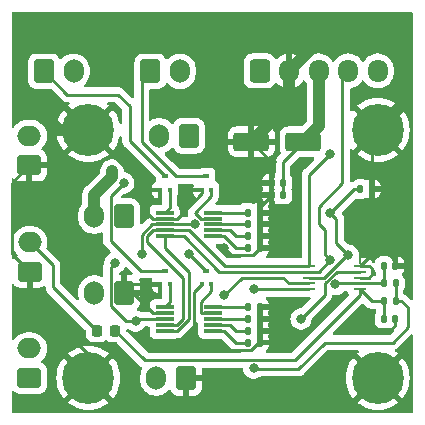
<source format=gbr>
%TF.GenerationSoftware,KiCad,Pcbnew,8.0.1*%
%TF.CreationDate,2024-04-14T22:55:27+02:00*%
%TF.ProjectId,printhead-pcb,7072696e-7468-4656-9164-2d7063622e6b,rev?*%
%TF.SameCoordinates,Original*%
%TF.FileFunction,Copper,L2,Bot*%
%TF.FilePolarity,Positive*%
%FSLAX46Y46*%
G04 Gerber Fmt 4.6, Leading zero omitted, Abs format (unit mm)*
G04 Created by KiCad (PCBNEW 8.0.1) date 2024-04-14 22:55:27*
%MOMM*%
%LPD*%
G01*
G04 APERTURE LIST*
G04 Aperture macros list*
%AMRoundRect*
0 Rectangle with rounded corners*
0 $1 Rounding radius*
0 $2 $3 $4 $5 $6 $7 $8 $9 X,Y pos of 4 corners*
0 Add a 4 corners polygon primitive as box body*
4,1,4,$2,$3,$4,$5,$6,$7,$8,$9,$2,$3,0*
0 Add four circle primitives for the rounded corners*
1,1,$1+$1,$2,$3*
1,1,$1+$1,$4,$5*
1,1,$1+$1,$6,$7*
1,1,$1+$1,$8,$9*
0 Add four rect primitives between the rounded corners*
20,1,$1+$1,$2,$3,$4,$5,0*
20,1,$1+$1,$4,$5,$6,$7,0*
20,1,$1+$1,$6,$7,$8,$9,0*
20,1,$1+$1,$8,$9,$2,$3,0*%
G04 Aperture macros list end*
%TA.AperFunction,ComponentPad*%
%ADD10RoundRect,0.250000X0.750000X-0.600000X0.750000X0.600000X-0.750000X0.600000X-0.750000X-0.600000X0*%
%TD*%
%TA.AperFunction,ComponentPad*%
%ADD11O,2.000000X1.700000*%
%TD*%
%TA.AperFunction,ComponentPad*%
%ADD12C,2.600000*%
%TD*%
%TA.AperFunction,ConnectorPad*%
%ADD13C,4.400000*%
%TD*%
%TA.AperFunction,ComponentPad*%
%ADD14RoundRect,0.250000X0.600000X0.750000X-0.600000X0.750000X-0.600000X-0.750000X0.600000X-0.750000X0*%
%TD*%
%TA.AperFunction,ComponentPad*%
%ADD15O,1.700000X2.000000*%
%TD*%
%TA.AperFunction,ComponentPad*%
%ADD16RoundRect,0.250000X-0.600000X-0.750000X0.600000X-0.750000X0.600000X0.750000X-0.600000X0.750000X0*%
%TD*%
%TA.AperFunction,ComponentPad*%
%ADD17RoundRect,0.250000X-0.600000X-0.725000X0.600000X-0.725000X0.600000X0.725000X-0.600000X0.725000X0*%
%TD*%
%TA.AperFunction,ComponentPad*%
%ADD18O,1.700000X1.950000*%
%TD*%
%TA.AperFunction,SMDPad,CuDef*%
%ADD19RoundRect,0.135000X-0.135000X-0.185000X0.135000X-0.185000X0.135000X0.185000X-0.135000X0.185000X0*%
%TD*%
%TA.AperFunction,SMDPad,CuDef*%
%ADD20RoundRect,0.140000X0.140000X0.170000X-0.140000X0.170000X-0.140000X-0.170000X0.140000X-0.170000X0*%
%TD*%
%TA.AperFunction,SMDPad,CuDef*%
%ADD21R,0.400000X0.450000*%
%TD*%
%TA.AperFunction,SMDPad,CuDef*%
%ADD22R,0.500000X0.450000*%
%TD*%
%TA.AperFunction,SMDPad,CuDef*%
%ADD23RoundRect,0.140000X-0.140000X-0.170000X0.140000X-0.170000X0.140000X0.170000X-0.140000X0.170000X0*%
%TD*%
%TA.AperFunction,SMDPad,CuDef*%
%ADD24RoundRect,0.135000X0.135000X0.185000X-0.135000X0.185000X-0.135000X-0.185000X0.135000X-0.185000X0*%
%TD*%
%TA.AperFunction,SMDPad,CuDef*%
%ADD25RoundRect,0.218750X-0.218750X-0.256250X0.218750X-0.256250X0.218750X0.256250X-0.218750X0.256250X0*%
%TD*%
%TA.AperFunction,SMDPad,CuDef*%
%ADD26R,1.100000X0.250000*%
%TD*%
%TA.AperFunction,SMDPad,CuDef*%
%ADD27RoundRect,0.250000X1.250000X0.550000X-1.250000X0.550000X-1.250000X-0.550000X1.250000X-0.550000X0*%
%TD*%
%TA.AperFunction,SMDPad,CuDef*%
%ADD28R,1.524000X0.330200*%
%TD*%
%TA.AperFunction,ViaPad*%
%ADD29C,0.800000*%
%TD*%
%TA.AperFunction,Conductor*%
%ADD30C,0.250000*%
%TD*%
%TA.AperFunction,Conductor*%
%ADD31C,1.000000*%
%TD*%
G04 APERTURE END LIST*
D10*
%TO.P,J6,1,Pin_1*%
%TO.N,GND*%
X108500000Y-62000000D03*
D11*
%TO.P,J6,2,Pin_2*%
%TO.N,TC0*%
X108500000Y-59500000D03*
%TD*%
D12*
%TO.P,H4,1,1*%
%TO.N,GND*%
X138000000Y-80000000D03*
D13*
X138000000Y-80000000D03*
%TD*%
D14*
%TO.P,J5,1,Pin_1*%
%TO.N,Net-(J5-Pin_1)*%
X116500000Y-66300000D03*
D15*
%TO.P,J5,2,Pin_2*%
%TO.N,+12V*%
X114000000Y-66300000D03*
%TD*%
D16*
%TO.P,J4,1,Pin_1*%
%TO.N,Net-(J4-Pin_1)*%
X118750000Y-54032500D03*
D15*
%TO.P,J4,2,Pin_2*%
%TO.N,+12V*%
X121250000Y-54032500D03*
%TD*%
D12*
%TO.P,H2,1,1*%
%TO.N,GND*%
X113500000Y-80000000D03*
D13*
X113500000Y-80000000D03*
%TD*%
D17*
%TO.P,J1,1,Pin_1*%
%TO.N,+3V3*%
X128000000Y-54000000D03*
D18*
%TO.P,J1,2,Pin_2*%
%TO.N,GND*%
X130500000Y-54000000D03*
%TO.P,J1,3,Pin_3*%
%TO.N,+12V*%
X133000000Y-54000000D03*
%TO.P,J1,4,Pin_4*%
%TO.N,SDA*%
X135500000Y-54000000D03*
%TO.P,J1,5,Pin_5*%
%TO.N,SCL*%
X138000000Y-54000000D03*
%TD*%
D12*
%TO.P,H3,1,1*%
%TO.N,GND*%
X113500000Y-59000000D03*
D13*
X113500000Y-59000000D03*
%TD*%
D14*
%TO.P,J8,1,Pin_1*%
%TO.N,GND*%
X116500000Y-72800000D03*
D15*
%TO.P,J8,2,Pin_2*%
%TO.N,TC2*%
X114000000Y-72800000D03*
%TD*%
D16*
%TO.P,J2,1,Pin_1*%
%TO.N,Net-(J2-Pin_1)*%
X109750000Y-54032500D03*
D15*
%TO.P,J2,2,Pin_2*%
%TO.N,+12V*%
X112250000Y-54032500D03*
%TD*%
D10*
%TO.P,J10,1,Pin_1*%
%TO.N,IO2*%
X108500000Y-80000000D03*
D11*
%TO.P,J10,2,Pin_2*%
%TO.N,+3V3*%
X108500000Y-77500000D03*
%TD*%
D12*
%TO.P,H1,1,1*%
%TO.N,GND*%
X138000000Y-59000000D03*
D13*
X138000000Y-59000000D03*
%TD*%
D10*
%TO.P,J7,1,Pin_1*%
%TO.N,GND*%
X108532500Y-71000000D03*
D11*
%TO.P,J7,2,Pin_2*%
%TO.N,TC1*%
X108532500Y-68500000D03*
%TD*%
D14*
%TO.P,J9,1,Pin_1*%
%TO.N,GND*%
X121750000Y-80000000D03*
D15*
%TO.P,J9,2,Pin_2*%
%TO.N,TC3*%
X119250000Y-80000000D03*
%TD*%
D14*
%TO.P,J3,1,Pin_1*%
%TO.N,Net-(J3-Pin_1)*%
X122000000Y-59500000D03*
D15*
%TO.P,J3,2,Pin_2*%
%TO.N,+12V*%
X119500000Y-59500000D03*
%TD*%
D19*
%TO.P,R11,1*%
%TO.N,Net-(U2-CLK)*%
X126990000Y-76000000D03*
%TO.P,R11,2*%
%TO.N,GND*%
X128010000Y-76000000D03*
%TD*%
D20*
%TO.P,C5,1*%
%TO.N,+12V*%
X129980000Y-64500000D03*
%TO.P,C5,2*%
%TO.N,GND*%
X129020000Y-64500000D03*
%TD*%
D19*
%TO.P,R5,1*%
%TO.N,Net-(U2-TACH1)*%
X126990000Y-74000000D03*
%TO.P,R5,2*%
%TO.N,GND*%
X128010000Y-74000000D03*
%TD*%
D21*
%TO.P,Q3,1,B*%
%TO.N,FAN_1_PWM*%
X123900000Y-64075000D03*
%TO.P,Q3,2,E*%
%TO.N,GND*%
X123100000Y-64075000D03*
D22*
%TO.P,Q3,3,C*%
%TO.N,Net-(J4-Pin_1)*%
X123500000Y-62925000D03*
%TD*%
D19*
%TO.P,R7,1*%
%TO.N,Net-(U2-\u002AALERT)*%
X126990000Y-77000000D03*
%TO.P,R7,2*%
%TO.N,GND*%
X128010000Y-77000000D03*
%TD*%
%TO.P,R9,1*%
%TO.N,Net-(U2-TACH2)*%
X126990000Y-75000000D03*
%TO.P,R9,2*%
%TO.N,GND*%
X128010000Y-75000000D03*
%TD*%
D23*
%TO.P,C7,1*%
%TO.N,ADC0*%
X138520000Y-70500000D03*
%TO.P,C7,2*%
%TO.N,GND*%
X139480000Y-70500000D03*
%TD*%
D19*
%TO.P,R4,1*%
%TO.N,Net-(U1-TACH1)*%
X126990000Y-66000000D03*
%TO.P,R4,2*%
%TO.N,GND*%
X128010000Y-66000000D03*
%TD*%
D24*
%TO.P,R12,1*%
%TO.N,AREF*%
X139510000Y-72000000D03*
%TO.P,R12,2*%
%TO.N,ADC0*%
X138490000Y-72000000D03*
%TD*%
D25*
%TO.P,L2,1,1*%
%TO.N,TC1*%
X114212500Y-76000000D03*
%TO.P,L2,2,2*%
%TO.N,ADC1*%
X115787500Y-76000000D03*
%TD*%
D23*
%TO.P,C4,1*%
%TO.N,+3V3*%
X136520000Y-64000000D03*
%TO.P,C4,2*%
%TO.N,GND*%
X137480000Y-64000000D03*
%TD*%
D19*
%TO.P,R8,1*%
%TO.N,Net-(U1-TACH2)*%
X126990000Y-67000000D03*
%TO.P,R8,2*%
%TO.N,GND*%
X128010000Y-67000000D03*
%TD*%
D21*
%TO.P,Q4,1,B*%
%TO.N,FAN_3_PWM*%
X123900000Y-72075000D03*
%TO.P,Q4,2,E*%
%TO.N,GND*%
X123100000Y-72075000D03*
D22*
%TO.P,Q4,3,C*%
%TO.N,Net-(J5-Pin_1)*%
X123500000Y-70925000D03*
%TD*%
D23*
%TO.P,C9,1*%
%TO.N,ADC1*%
X138520000Y-75000000D03*
%TO.P,C9,2*%
%TO.N,GND*%
X139480000Y-75000000D03*
%TD*%
D26*
%TO.P,U3,1,ADDR*%
%TO.N,GND*%
X136500000Y-70500000D03*
%TO.P,U3,2,ALERT/RDY*%
%TO.N,Net-(D2-A)*%
X136500000Y-71000000D03*
%TO.P,U3,3,GND*%
%TO.N,GND*%
X136500000Y-71500000D03*
%TO.P,U3,4,AIN0*%
%TO.N,ADC0*%
X136500000Y-72000000D03*
%TO.P,U3,5,AIN1*%
%TO.N,ADC1*%
X136500000Y-72500000D03*
%TO.P,U3,6,AIN2*%
%TO.N,ADC2*%
X132200000Y-72500000D03*
%TO.P,U3,7,AIN3*%
%TO.N,ADC3*%
X132200000Y-72000000D03*
%TO.P,U3,8,VDD*%
%TO.N,+3V3*%
X132200000Y-71500000D03*
%TO.P,U3,9,SDA*%
%TO.N,SDA*%
X132200000Y-71000000D03*
%TO.P,U3,10,SCL*%
%TO.N,SCL*%
X132200000Y-70500000D03*
%TD*%
D19*
%TO.P,R6,1*%
%TO.N,Net-(U1-\u002AALERT)*%
X126990000Y-69000000D03*
%TO.P,R6,2*%
%TO.N,GND*%
X128010000Y-69000000D03*
%TD*%
D27*
%TO.P,C1,1*%
%TO.N,+12V*%
X131700000Y-60000000D03*
%TO.P,C1,2*%
%TO.N,GND*%
X127300000Y-60000000D03*
%TD*%
D21*
%TO.P,Q2,1,B*%
%TO.N,FAN_2_PWM*%
X120400000Y-72075000D03*
%TO.P,Q2,2,E*%
%TO.N,GND*%
X119600000Y-72075000D03*
D22*
%TO.P,Q2,3,C*%
%TO.N,Net-(J3-Pin_1)*%
X120000000Y-70925000D03*
%TD*%
D28*
%TO.P,U1,1,SMDATA*%
%TO.N,SDA*%
X119955300Y-68000001D03*
%TO.P,U1,2,SMCLK*%
%TO.N,SCL*%
X119955300Y-67499999D03*
%TO.P,U1,3,VDD*%
%TO.N,+3V3*%
X119955300Y-67000000D03*
%TO.P,U1,4,GND*%
%TO.N,GND*%
X119955300Y-66500001D03*
%TO.P,U1,5,PWM1*%
%TO.N,FAN_0_PWM*%
X119955300Y-65999999D03*
%TO.P,U1,6,TACH1*%
%TO.N,Net-(U1-TACH1)*%
X124044700Y-65999999D03*
%TO.P,U1,7,PWM2*%
%TO.N,FAN_1_PWM*%
X124044700Y-66500001D03*
%TO.P,U1,8,TACH2*%
%TO.N,Net-(U1-TACH2)*%
X124044700Y-67000000D03*
%TO.P,U1,9,CLK*%
%TO.N,Net-(U1-CLK)*%
X124044700Y-67499999D03*
%TO.P,U1,10,\u002AALERT*%
%TO.N,Net-(U1-\u002AALERT)*%
X124044700Y-68000001D03*
%TD*%
D20*
%TO.P,C3,1*%
%TO.N,+12V*%
X129980000Y-63500000D03*
%TO.P,C3,2*%
%TO.N,GND*%
X129020000Y-63500000D03*
%TD*%
D24*
%TO.P,R13,1*%
%TO.N,AREF*%
X139510000Y-73500000D03*
%TO.P,R13,2*%
%TO.N,ADC1*%
X138490000Y-73500000D03*
%TD*%
D21*
%TO.P,Q1,1,B*%
%TO.N,FAN_0_PWM*%
X120400000Y-64075000D03*
%TO.P,Q1,2,E*%
%TO.N,GND*%
X119600000Y-64075000D03*
D22*
%TO.P,Q1,3,C*%
%TO.N,Net-(J2-Pin_1)*%
X120000000Y-62925000D03*
%TD*%
D28*
%TO.P,U2,1,SMDATA*%
%TO.N,SDA*%
X119955300Y-76000001D03*
%TO.P,U2,2,SMCLK*%
%TO.N,SCL*%
X119955300Y-75499999D03*
%TO.P,U2,3,VDD*%
%TO.N,+3V3*%
X119955300Y-75000000D03*
%TO.P,U2,4,GND*%
%TO.N,GND*%
X119955300Y-74500001D03*
%TO.P,U2,5,PWM1*%
%TO.N,FAN_2_PWM*%
X119955300Y-73999999D03*
%TO.P,U2,6,TACH1*%
%TO.N,Net-(U2-TACH1)*%
X124044700Y-73999999D03*
%TO.P,U2,7,PWM2*%
%TO.N,FAN_3_PWM*%
X124044700Y-74500001D03*
%TO.P,U2,8,TACH2*%
%TO.N,Net-(U2-TACH2)*%
X124044700Y-75000000D03*
%TO.P,U2,9,CLK*%
%TO.N,Net-(U2-CLK)*%
X124044700Y-75499999D03*
%TO.P,U2,10,\u002AALERT*%
%TO.N,Net-(U2-\u002AALERT)*%
X124044700Y-76000001D03*
%TD*%
D19*
%TO.P,R10,1*%
%TO.N,Net-(U1-CLK)*%
X126990000Y-68000000D03*
%TO.P,R10,2*%
%TO.N,GND*%
X128010000Y-68000000D03*
%TD*%
D29*
%TO.N,GND*%
X129500000Y-66000000D03*
X136500000Y-74500000D03*
X111500000Y-69000000D03*
X125000000Y-69000000D03*
X109000000Y-73500000D03*
X129020000Y-61720000D03*
X118500000Y-77000000D03*
X124000000Y-81500000D03*
X117000000Y-80000000D03*
X124500000Y-56000000D03*
X109000000Y-57000000D03*
%TO.N,AREF*%
X127500000Y-79175000D03*
%TO.N,ADC0*%
X134422105Y-72077896D03*
%TO.N,ADC2*%
X127500000Y-72500000D03*
%TO.N,ADC3*%
X125000000Y-73000000D03*
%TO.N,SDA*%
X134000000Y-70000000D03*
%TO.N,SCL*%
X134000000Y-61000000D03*
%TO.N,+3V3*%
X135500000Y-69595000D03*
X117500000Y-75175000D03*
X122500000Y-67000000D03*
X134000000Y-66000000D03*
X115750000Y-70250000D03*
X118000000Y-69500000D03*
%TO.N,Net-(D2-A)*%
X131500000Y-75000000D03*
%TO.N,Net-(J3-Pin_1)*%
X116500000Y-63500000D03*
%TO.N,+12V*%
X115500000Y-62500000D03*
%TO.N,Net-(J5-Pin_1)*%
X122000000Y-69500000D03*
%TD*%
D30*
%TO.N,GND*%
X128010000Y-67000000D02*
X128010000Y-68000000D01*
X108500000Y-62000000D02*
X107000000Y-63500000D01*
D31*
X107500000Y-55500000D02*
X109000000Y-57000000D01*
D30*
X109000000Y-73500000D02*
X108532500Y-73032500D01*
X128500000Y-60000000D02*
X127300000Y-60000000D01*
X118575000Y-64075000D02*
X118575000Y-66131701D01*
X128010000Y-74000000D02*
X128000000Y-73990000D01*
D31*
X127300000Y-60000000D02*
X130500000Y-56800000D01*
X133000000Y-51500000D02*
X139500000Y-51500000D01*
D30*
X128010000Y-67000000D02*
X128010000Y-66000000D01*
X137300000Y-70500000D02*
X136500000Y-70500000D01*
X110500000Y-62000000D02*
X113500000Y-59000000D01*
X129020000Y-64500000D02*
X129020000Y-63500000D01*
D31*
X140000000Y-52000000D02*
X140000000Y-57000000D01*
X108500000Y-51500000D02*
X107500000Y-52500000D01*
D30*
X118575000Y-66131701D02*
X118943300Y-66500001D01*
X129020000Y-61720000D02*
X129020000Y-63500000D01*
X137500000Y-70700000D02*
X137300000Y-70500000D01*
X138500000Y-69500000D02*
X137500000Y-69500000D01*
X128010000Y-74000000D02*
X128010000Y-76883568D01*
D31*
X133000000Y-51500000D02*
X130500000Y-54000000D01*
X130500000Y-56800000D02*
X130500000Y-54000000D01*
D30*
X128010000Y-75000000D02*
X128010000Y-74000000D01*
X117243299Y-72800000D02*
X116500000Y-72800000D01*
X113500000Y-78000000D02*
X109000000Y-73500000D01*
X137480000Y-68480000D02*
X137480000Y-64000000D01*
X124062299Y-77595000D02*
X123467299Y-77000000D01*
X122500000Y-77000000D02*
X118500000Y-77000000D01*
X137480000Y-59520000D02*
X138000000Y-59000000D01*
D31*
X111000000Y-59000000D02*
X113500000Y-59000000D01*
X133000000Y-51500000D02*
X108500000Y-51500000D01*
D30*
X128010000Y-77000000D02*
X128010000Y-76000000D01*
X122425000Y-72750000D02*
X122425000Y-76925000D01*
X119955300Y-66500001D02*
X120967300Y-66500001D01*
X120967300Y-66500001D02*
X123100000Y-64367301D01*
X118943300Y-74500001D02*
X117243299Y-72800000D01*
X136500000Y-71500000D02*
X137225000Y-71500000D01*
X137500000Y-69500000D02*
X136500000Y-70500000D01*
X128010000Y-76883568D02*
X127298568Y-77595000D01*
X125000000Y-69000000D02*
X125595000Y-69595000D01*
X113500000Y-80000000D02*
X113500000Y-78000000D01*
X138980000Y-69500000D02*
X139480000Y-70000000D01*
X123100000Y-72075000D02*
X122425000Y-72750000D01*
X128010000Y-69000000D02*
X128010000Y-68000000D01*
X107000000Y-63500000D02*
X107000000Y-69467500D01*
X137500000Y-76000000D02*
X139000000Y-76000000D01*
X137500000Y-71225000D02*
X137500000Y-70700000D01*
X137480000Y-64000000D02*
X137480000Y-59520000D01*
X128010000Y-66000000D02*
X128010000Y-65510000D01*
X108532500Y-73032500D02*
X108532500Y-71000000D01*
X108500000Y-62000000D02*
X110500000Y-62000000D01*
X136500000Y-74500000D02*
X136500000Y-75000000D01*
X128010000Y-65510000D02*
X129020000Y-64500000D01*
D31*
X107500000Y-52500000D02*
X107500000Y-55500000D01*
D30*
X139480000Y-70000000D02*
X139480000Y-70500000D01*
X127415000Y-69595000D02*
X128010000Y-69000000D01*
X119600000Y-64075000D02*
X118575000Y-64075000D01*
X119600000Y-72075000D02*
X117225000Y-72075000D01*
X138500000Y-69500000D02*
X137480000Y-68480000D01*
X119955300Y-74500001D02*
X118943300Y-74500001D01*
X127298568Y-77595000D02*
X124062299Y-77595000D01*
X137225000Y-71500000D02*
X137500000Y-71225000D01*
X107000000Y-69467500D02*
X108532500Y-71000000D01*
X139480000Y-75520000D02*
X139480000Y-75000000D01*
X139000000Y-76000000D02*
X139480000Y-75520000D01*
D31*
X140000000Y-57000000D02*
X138000000Y-59000000D01*
D30*
X122425000Y-76925000D02*
X122500000Y-77000000D01*
X138980000Y-69500000D02*
X138500000Y-69500000D01*
X136500000Y-75000000D02*
X137500000Y-76000000D01*
D31*
X109000000Y-57000000D02*
X111000000Y-59000000D01*
D30*
X128010000Y-76000000D02*
X128010000Y-75000000D01*
X125595000Y-69595000D02*
X127415000Y-69595000D01*
X118943300Y-66500001D02*
X119955300Y-66500001D01*
D31*
X139500000Y-51500000D02*
X140000000Y-52000000D01*
D30*
X117225000Y-72075000D02*
X116500000Y-72800000D01*
X118575000Y-64075000D02*
X113500000Y-59000000D01*
X123100000Y-64367301D02*
X123100000Y-64075000D01*
X123467299Y-77000000D02*
X122500000Y-77000000D01*
X127300000Y-60000000D02*
X129020000Y-61720000D01*
%TO.N,AREF*%
X140535000Y-74025000D02*
X140010000Y-73500000D01*
X139510000Y-72000000D02*
X139510000Y-73500000D01*
X139250000Y-77000000D02*
X140535000Y-75715000D01*
X140010000Y-73500000D02*
X139510000Y-73500000D01*
X127500000Y-79175000D02*
X127575000Y-79250000D01*
X133500000Y-77000000D02*
X139250000Y-77000000D01*
X127575000Y-79250000D02*
X131250000Y-79250000D01*
X131250000Y-79250000D02*
X133500000Y-77000000D01*
X140535000Y-75715000D02*
X140535000Y-74025000D01*
%TO.N,ADC0*%
X134422105Y-72077896D02*
X134500001Y-72000000D01*
X138490000Y-70530000D02*
X138520000Y-70500000D01*
X138490000Y-72000000D02*
X138490000Y-70530000D01*
X134500001Y-72000000D02*
X136500000Y-72000000D01*
X138490000Y-72000000D02*
X136500000Y-72000000D01*
%TO.N,ADC1*%
X131000000Y-78500000D02*
X136500000Y-73000000D01*
X137500000Y-73500000D02*
X136500000Y-72500000D01*
X137500000Y-73500000D02*
X138490000Y-73500000D01*
X115787500Y-76000000D02*
X118287500Y-78500000D01*
X138490000Y-73500000D02*
X138490000Y-74970000D01*
X136500000Y-73000000D02*
X136500000Y-72500000D01*
X118287500Y-78500000D02*
X131000000Y-78500000D01*
X138490000Y-74970000D02*
X138520000Y-75000000D01*
%TO.N,ADC2*%
X127500000Y-72500000D02*
X132200000Y-72500000D01*
%TO.N,ADC3*%
X125000000Y-73000000D02*
X126500000Y-71500000D01*
X126500000Y-71500000D02*
X130000000Y-71500000D01*
X130500000Y-72000000D02*
X132200000Y-72000000D01*
X130000000Y-71500000D02*
X130500000Y-72000000D01*
%TO.N,SDA*%
X135500000Y-54000000D02*
X135000000Y-54500000D01*
X122000000Y-71022351D02*
X119955300Y-68977651D01*
X133000000Y-67000000D02*
X133500000Y-67500000D01*
X121032983Y-76000001D02*
X122000000Y-75032984D01*
X132200000Y-71000000D02*
X124600000Y-71000000D01*
X119955300Y-76000001D02*
X121032983Y-76000001D01*
X122000000Y-75032984D02*
X122000000Y-71022351D01*
X133500000Y-67500000D02*
X133500000Y-69500000D01*
X134000000Y-70000000D02*
X133000000Y-71000000D01*
X121600001Y-68000001D02*
X119955300Y-68000001D01*
X135000000Y-63500000D02*
X133000000Y-65500000D01*
X133500000Y-69500000D02*
X134000000Y-70000000D01*
X135000000Y-54500000D02*
X135000000Y-63500000D01*
X133000000Y-65500000D02*
X133000000Y-67000000D01*
X124600000Y-71000000D02*
X121600001Y-68000001D01*
X133000000Y-71000000D02*
X132200000Y-71000000D01*
X119955300Y-68977651D02*
X119955300Y-68000001D01*
%TO.N,SCL*%
X118500000Y-68500000D02*
X118500000Y-67978201D01*
X132200000Y-62800000D02*
X132200000Y-70500000D01*
X118978202Y-67499999D02*
X119955300Y-67499999D01*
X122045404Y-67499999D02*
X125045405Y-70500000D01*
X119955300Y-75499999D02*
X120967300Y-75499999D01*
X134000000Y-61000000D02*
X132200000Y-62800000D01*
X125045405Y-70500000D02*
X132200000Y-70500000D01*
X121500000Y-71500000D02*
X118500000Y-68500000D01*
X119955300Y-67499999D02*
X122045404Y-67499999D01*
X120967300Y-75499999D02*
X121500000Y-74967299D01*
X121500000Y-74967299D02*
X121500000Y-71500000D01*
X118500000Y-67978201D02*
X118978202Y-67499999D01*
%TO.N,FAN_1_PWM*%
X122533801Y-66000000D02*
X123900000Y-64633801D01*
X124044700Y-66500001D02*
X123033802Y-66500001D01*
X123033802Y-66500001D02*
X122533801Y-66000000D01*
X123900000Y-64633801D02*
X123900000Y-64075000D01*
%TO.N,FAN_0_PWM*%
X120400000Y-65555299D02*
X120400000Y-64075000D01*
X119955300Y-65999999D02*
X120400000Y-65555299D01*
%TO.N,+3V3*%
X115750000Y-70250000D02*
X115375000Y-70625000D01*
X134000000Y-66000000D02*
X136000000Y-64000000D01*
X135500000Y-69595000D02*
X135384719Y-69595000D01*
X117675000Y-75000000D02*
X119955300Y-75000000D01*
X134500000Y-68595000D02*
X135500000Y-69595000D01*
X118000000Y-69500000D02*
X118000000Y-67912516D01*
X118912516Y-67000000D02*
X119955300Y-67000000D01*
X136000000Y-64000000D02*
X136520000Y-64000000D01*
X122500000Y-67000000D02*
X119955300Y-67000000D01*
X133479719Y-71500000D02*
X132200000Y-71500000D01*
X116675000Y-75175000D02*
X117500000Y-75175000D01*
X118000000Y-67912516D02*
X118912516Y-67000000D01*
X135384719Y-69595000D02*
X133479719Y-71500000D01*
X117500000Y-75175000D02*
X117675000Y-75000000D01*
X134500000Y-66500000D02*
X134500000Y-68595000D01*
X134000000Y-66000000D02*
X134500000Y-66500000D01*
X115375000Y-70625000D02*
X115375000Y-73875000D01*
X115375000Y-73875000D02*
X116675000Y-75175000D01*
%TO.N,FAN_2_PWM*%
X119955300Y-73999999D02*
X120400000Y-73555299D01*
X120400000Y-73555299D02*
X120400000Y-72075000D01*
%TO.N,FAN_3_PWM*%
X123000000Y-74432399D02*
X123000000Y-73567599D01*
X123067602Y-74500001D02*
X123000000Y-74432399D01*
X123900000Y-72667599D02*
X123900000Y-72075000D01*
X123000000Y-73567599D02*
X123900000Y-72667599D01*
X124044700Y-74500001D02*
X123067602Y-74500001D01*
%TO.N,Net-(D2-A)*%
X133500000Y-72000000D02*
X133545405Y-72000000D01*
X131500000Y-75000000D02*
X133500000Y-73000000D01*
X133500000Y-73000000D02*
X133500000Y-72000000D01*
X133545405Y-72000000D02*
X134545405Y-71000000D01*
X134545405Y-71000000D02*
X136500000Y-71000000D01*
%TO.N,Net-(J2-Pin_1)*%
X120000000Y-62925000D02*
X117000000Y-59925000D01*
X116000000Y-56000000D02*
X111717500Y-56000000D01*
X117000000Y-57000000D02*
X116000000Y-56000000D01*
X111717500Y-56000000D02*
X109750000Y-54032500D01*
X117000000Y-59925000D02*
X117000000Y-57000000D01*
%TO.N,Net-(J3-Pin_1)*%
X115375000Y-64625000D02*
X115375000Y-68375000D01*
X116500000Y-63500000D02*
X115375000Y-64625000D01*
X117925000Y-70925000D02*
X120000000Y-70925000D01*
X115375000Y-68375000D02*
X117925000Y-70925000D01*
%TO.N,Net-(J4-Pin_1)*%
X118000000Y-54782500D02*
X118750000Y-54032500D01*
X123500000Y-62925000D02*
X120925000Y-62925000D01*
X120925000Y-62925000D02*
X118000000Y-60000000D01*
X118000000Y-60000000D02*
X118000000Y-54782500D01*
%TO.N,Net-(U1-TACH1)*%
X124044700Y-65999999D02*
X126990000Y-66000000D01*
%TO.N,Net-(U2-TACH1)*%
X124044700Y-73999999D02*
X126990000Y-74000000D01*
%TO.N,Net-(U1-\u002AALERT)*%
X125000001Y-68000001D02*
X126000000Y-69000000D01*
X124044700Y-68000001D02*
X125000001Y-68000001D01*
X126000000Y-69000000D02*
X126990000Y-69000000D01*
%TO.N,Net-(U2-\u002AALERT)*%
X124044700Y-76000001D02*
X125000001Y-76000001D01*
X126000000Y-77000000D02*
X126990000Y-77000000D01*
X125000001Y-76000001D02*
X126000000Y-77000000D01*
%TO.N,Net-(U1-TACH2)*%
X124044700Y-67000000D02*
X126990000Y-67000000D01*
%TO.N,Net-(U2-TACH2)*%
X124044700Y-75000000D02*
X126990000Y-75000000D01*
%TO.N,Net-(U1-CLK)*%
X125499999Y-67499999D02*
X126000000Y-68000000D01*
X126000000Y-68000000D02*
X126990000Y-68000000D01*
X124044700Y-67499999D02*
X125499999Y-67499999D01*
%TO.N,Net-(U2-CLK)*%
X125499999Y-75499999D02*
X126000000Y-76000000D01*
X124044700Y-75499999D02*
X125499999Y-75499999D01*
X126000000Y-76000000D02*
X126990000Y-76000000D01*
D31*
%TO.N,+12V*%
X115500000Y-63000000D02*
X115500000Y-62500000D01*
X114000000Y-64500000D02*
X115500000Y-63000000D01*
X131700000Y-60000000D02*
X133000000Y-58700000D01*
D30*
X129980000Y-63500000D02*
X129980000Y-61720000D01*
X129980000Y-64500000D02*
X129980000Y-63500000D01*
D31*
X114000000Y-66300000D02*
X114000000Y-64500000D01*
X133000000Y-58700000D02*
X133000000Y-54000000D01*
D30*
X129980000Y-61720000D02*
X131700000Y-60000000D01*
%TO.N,TC1*%
X114212500Y-76000000D02*
X110500000Y-72287500D01*
X110500000Y-70467500D02*
X108532500Y-68500000D01*
X110500000Y-72287500D02*
X110500000Y-70467500D01*
%TO.N,Net-(J5-Pin_1)*%
X123425000Y-70925000D02*
X122000000Y-69500000D01*
X123500000Y-70925000D02*
X123425000Y-70925000D01*
%TD*%
%TA.AperFunction,Conductor*%
%TO.N,GND*%
G36*
X108782500Y-72349999D02*
G01*
X109332472Y-72349999D01*
X109332486Y-72349998D01*
X109435197Y-72339505D01*
X109601619Y-72284358D01*
X109601626Y-72284355D01*
X109685402Y-72232681D01*
X109752795Y-72214240D01*
X109819458Y-72235162D01*
X109864228Y-72288804D01*
X109874500Y-72338219D01*
X109874500Y-72349110D01*
X109896197Y-72458188D01*
X109898537Y-72469952D01*
X109905125Y-72485857D01*
X109945688Y-72583786D01*
X109963277Y-72610109D01*
X109963278Y-72610112D01*
X109963279Y-72610112D01*
X110014141Y-72686232D01*
X110014144Y-72686236D01*
X110105586Y-72777678D01*
X110105608Y-72777698D01*
X113238181Y-75910271D01*
X113271666Y-75971594D01*
X113274500Y-75997952D01*
X113274500Y-76304181D01*
X113284563Y-76402683D01*
X113337450Y-76562284D01*
X113337455Y-76562295D01*
X113425716Y-76705387D01*
X113425719Y-76705391D01*
X113544608Y-76824280D01*
X113544612Y-76824283D01*
X113687704Y-76912544D01*
X113687707Y-76912545D01*
X113687713Y-76912549D01*
X113847315Y-76965436D01*
X113945826Y-76975500D01*
X113945831Y-76975500D01*
X114479169Y-76975500D01*
X114479174Y-76975500D01*
X114577685Y-76965436D01*
X114737287Y-76912549D01*
X114880391Y-76824281D01*
X114912319Y-76792353D01*
X114973642Y-76758868D01*
X115043334Y-76763852D01*
X115087681Y-76792353D01*
X115119608Y-76824280D01*
X115119612Y-76824283D01*
X115262704Y-76912544D01*
X115262707Y-76912545D01*
X115262713Y-76912549D01*
X115422315Y-76965436D01*
X115520826Y-76975500D01*
X115827048Y-76975500D01*
X115894087Y-76995185D01*
X115914729Y-77011819D01*
X117798516Y-78895606D01*
X117798545Y-78895637D01*
X117888764Y-78985856D01*
X117888767Y-78985858D01*
X117965690Y-79037256D01*
X117991210Y-79054309D01*
X117991212Y-79054310D01*
X117991215Y-79054312D01*
X117991217Y-79054313D01*
X117996588Y-79057184D01*
X117995850Y-79058563D01*
X118044304Y-79097599D01*
X118066377Y-79163890D01*
X118052942Y-79224627D01*
X117998444Y-79331585D01*
X117932753Y-79533760D01*
X117914544Y-79648730D01*
X117899500Y-79743713D01*
X117899500Y-80256287D01*
X117907533Y-80307007D01*
X117932703Y-80465925D01*
X117932754Y-80466243D01*
X117992463Y-80650009D01*
X117998444Y-80668414D01*
X118094951Y-80857820D01*
X118219890Y-81029786D01*
X118370213Y-81180109D01*
X118542179Y-81305048D01*
X118542181Y-81305049D01*
X118542184Y-81305051D01*
X118731588Y-81401557D01*
X118933757Y-81467246D01*
X119143713Y-81500500D01*
X119143714Y-81500500D01*
X119356286Y-81500500D01*
X119356287Y-81500500D01*
X119566243Y-81467246D01*
X119768412Y-81401557D01*
X119957816Y-81305051D01*
X120023897Y-81257041D01*
X120129784Y-81180110D01*
X120129784Y-81180109D01*
X120129792Y-81180104D01*
X120268967Y-81040928D01*
X120330286Y-81007446D01*
X120399978Y-81012430D01*
X120455912Y-81054301D01*
X120462184Y-81063515D01*
X120557684Y-81218345D01*
X120681654Y-81342315D01*
X120830875Y-81434356D01*
X120830880Y-81434358D01*
X120997302Y-81489505D01*
X120997309Y-81489506D01*
X121100019Y-81499999D01*
X121499999Y-81499999D01*
X121500000Y-81499998D01*
X121500000Y-80433012D01*
X121557007Y-80465925D01*
X121684174Y-80500000D01*
X121815826Y-80500000D01*
X121942993Y-80465925D01*
X122000000Y-80433012D01*
X122000000Y-81499999D01*
X122399972Y-81499999D01*
X122399986Y-81499998D01*
X122502697Y-81489505D01*
X122669119Y-81434358D01*
X122669124Y-81434356D01*
X122818345Y-81342315D01*
X122942315Y-81218345D01*
X123034356Y-81069124D01*
X123034358Y-81069119D01*
X123089505Y-80902697D01*
X123089506Y-80902690D01*
X123099999Y-80799986D01*
X123100000Y-80799973D01*
X123100000Y-80250000D01*
X122183012Y-80250000D01*
X122215925Y-80192993D01*
X122250000Y-80065826D01*
X122250000Y-79934174D01*
X122215925Y-79807007D01*
X122183012Y-79750000D01*
X123099999Y-79750000D01*
X123099999Y-79249500D01*
X123119684Y-79182461D01*
X123172488Y-79136706D01*
X123223999Y-79125500D01*
X126477687Y-79125500D01*
X126544726Y-79145185D01*
X126590481Y-79197989D01*
X126601007Y-79236536D01*
X126614326Y-79363256D01*
X126614327Y-79363259D01*
X126672818Y-79543277D01*
X126672821Y-79543284D01*
X126767467Y-79707216D01*
X126894129Y-79847888D01*
X127047265Y-79959148D01*
X127047270Y-79959151D01*
X127220192Y-80036142D01*
X127220197Y-80036144D01*
X127405354Y-80075500D01*
X127405355Y-80075500D01*
X127594644Y-80075500D01*
X127594646Y-80075500D01*
X127779803Y-80036144D01*
X127952730Y-79959151D01*
X127987108Y-79934174D01*
X128035271Y-79899182D01*
X128101077Y-79875702D01*
X128108156Y-79875500D01*
X131311607Y-79875500D01*
X131372029Y-79863481D01*
X131432452Y-79851463D01*
X131472704Y-79834790D01*
X131546286Y-79804312D01*
X131597509Y-79770084D01*
X131648733Y-79735858D01*
X131735858Y-79648733D01*
X131735858Y-79648731D01*
X131746066Y-79638524D01*
X131746067Y-79638521D01*
X133722772Y-77661819D01*
X133784095Y-77628334D01*
X133810453Y-77625500D01*
X136293478Y-77625500D01*
X136360517Y-77645185D01*
X136406272Y-77697989D01*
X136416216Y-77767147D01*
X136387191Y-77830703D01*
X136369950Y-77847111D01*
X136275030Y-77921474D01*
X136275029Y-77921476D01*
X137417262Y-79063709D01*
X137283398Y-79160967D01*
X137160967Y-79283398D01*
X137063709Y-79417262D01*
X135921476Y-78275029D01*
X135921474Y-78275030D01*
X135773886Y-78463416D01*
X135773881Y-78463422D01*
X135604898Y-78742956D01*
X135604897Y-78742958D01*
X135470839Y-79040824D01*
X135470835Y-79040835D01*
X135373667Y-79352658D01*
X135314786Y-79673961D01*
X135295065Y-80000000D01*
X135314786Y-80326038D01*
X135373667Y-80647341D01*
X135470835Y-80959164D01*
X135470839Y-80959175D01*
X135604897Y-81257041D01*
X135604898Y-81257043D01*
X135773881Y-81536576D01*
X135921476Y-81724968D01*
X137063708Y-80582736D01*
X137160967Y-80716602D01*
X137283398Y-80839033D01*
X137417262Y-80936290D01*
X136275030Y-82078522D01*
X136275030Y-82078523D01*
X136463423Y-82226118D01*
X136742956Y-82395101D01*
X136742958Y-82395102D01*
X137040824Y-82529160D01*
X137040835Y-82529164D01*
X137352658Y-82626332D01*
X137673961Y-82685213D01*
X138000000Y-82704934D01*
X138326038Y-82685213D01*
X138647341Y-82626332D01*
X138959164Y-82529164D01*
X138959175Y-82529160D01*
X139257041Y-82395102D01*
X139257043Y-82395101D01*
X139536586Y-82226112D01*
X139724968Y-82078523D01*
X139724968Y-82078522D01*
X138582737Y-80936290D01*
X138716602Y-80839033D01*
X138839033Y-80716602D01*
X138936290Y-80582737D01*
X140078522Y-81724968D01*
X140078523Y-81724968D01*
X140226112Y-81536586D01*
X140395101Y-81257043D01*
X140395102Y-81257041D01*
X140529160Y-80959175D01*
X140529164Y-80959164D01*
X140626332Y-80647341D01*
X140685213Y-80326038D01*
X140704934Y-80000000D01*
X140685213Y-79673961D01*
X140626332Y-79352658D01*
X140529164Y-79040835D01*
X140529160Y-79040824D01*
X140395102Y-78742958D01*
X140395101Y-78742956D01*
X140226118Y-78463423D01*
X140078522Y-78275030D01*
X138936290Y-79417262D01*
X138839033Y-79283398D01*
X138716602Y-79160967D01*
X138582736Y-79063709D01*
X139724968Y-77921476D01*
X139536575Y-77773880D01*
X139536567Y-77773874D01*
X139534815Y-77772815D01*
X139534441Y-77772407D01*
X139533491Y-77771751D01*
X139533641Y-77771533D01*
X139487632Y-77721284D01*
X139475799Y-77652423D01*
X139503073Y-77588097D01*
X139542016Y-77559248D01*
X139540913Y-77557184D01*
X139546278Y-77554315D01*
X139546286Y-77554312D01*
X139597509Y-77520084D01*
X139597511Y-77520083D01*
X139610271Y-77511556D01*
X139648733Y-77485858D01*
X139735858Y-77398733D01*
X139735858Y-77398731D01*
X139746066Y-77388524D01*
X139746067Y-77388521D01*
X140788322Y-76346268D01*
X140849642Y-76312785D01*
X140919334Y-76317769D01*
X140975267Y-76359641D01*
X140999684Y-76425105D01*
X141000000Y-76433951D01*
X141000000Y-82876000D01*
X140980315Y-82943039D01*
X140927511Y-82988794D01*
X140876000Y-83000000D01*
X107124000Y-83000000D01*
X107056961Y-82980315D01*
X107011206Y-82927511D01*
X107000000Y-82876000D01*
X107000000Y-81210730D01*
X107019685Y-81143691D01*
X107072489Y-81097936D01*
X107141647Y-81087992D01*
X107205203Y-81117017D01*
X107211681Y-81123049D01*
X107281344Y-81192712D01*
X107430666Y-81284814D01*
X107597203Y-81339999D01*
X107699991Y-81350500D01*
X109300008Y-81350499D01*
X109402797Y-81339999D01*
X109569334Y-81284814D01*
X109718656Y-81192712D01*
X109842712Y-81068656D01*
X109934814Y-80919334D01*
X109989999Y-80752797D01*
X110000500Y-80650009D01*
X110000499Y-80000000D01*
X110795065Y-80000000D01*
X110814786Y-80326038D01*
X110873667Y-80647341D01*
X110970835Y-80959164D01*
X110970839Y-80959175D01*
X111104897Y-81257041D01*
X111104898Y-81257043D01*
X111273881Y-81536576D01*
X111421476Y-81724968D01*
X112563708Y-80582736D01*
X112660967Y-80716602D01*
X112783398Y-80839033D01*
X112917262Y-80936290D01*
X111775030Y-82078522D01*
X111775030Y-82078523D01*
X111963423Y-82226118D01*
X112242956Y-82395101D01*
X112242958Y-82395102D01*
X112540824Y-82529160D01*
X112540835Y-82529164D01*
X112852658Y-82626332D01*
X113173961Y-82685213D01*
X113500000Y-82704934D01*
X113826038Y-82685213D01*
X114147341Y-82626332D01*
X114459164Y-82529164D01*
X114459175Y-82529160D01*
X114757041Y-82395102D01*
X114757043Y-82395101D01*
X115036586Y-82226112D01*
X115224968Y-82078523D01*
X115224968Y-82078522D01*
X114082737Y-80936290D01*
X114216602Y-80839033D01*
X114339033Y-80716602D01*
X114436290Y-80582737D01*
X115578522Y-81724968D01*
X115578523Y-81724968D01*
X115726112Y-81536586D01*
X115895101Y-81257043D01*
X115895102Y-81257041D01*
X116029160Y-80959175D01*
X116029164Y-80959164D01*
X116126332Y-80647341D01*
X116185213Y-80326038D01*
X116204934Y-80000000D01*
X116185213Y-79673961D01*
X116126332Y-79352658D01*
X116029164Y-79040835D01*
X116029160Y-79040824D01*
X115895102Y-78742958D01*
X115895101Y-78742956D01*
X115726118Y-78463423D01*
X115578522Y-78275030D01*
X114436290Y-79417262D01*
X114339033Y-79283398D01*
X114216602Y-79160967D01*
X114082736Y-79063709D01*
X115224968Y-77921476D01*
X115036576Y-77773881D01*
X114757043Y-77604898D01*
X114757041Y-77604897D01*
X114459175Y-77470839D01*
X114459164Y-77470835D01*
X114147341Y-77373667D01*
X113826038Y-77314786D01*
X113500000Y-77295065D01*
X113173961Y-77314786D01*
X112852658Y-77373667D01*
X112540835Y-77470835D01*
X112540824Y-77470839D01*
X112242958Y-77604897D01*
X112242956Y-77604898D01*
X111963422Y-77773881D01*
X111963416Y-77773886D01*
X111775030Y-77921474D01*
X111775029Y-77921476D01*
X112917262Y-79063709D01*
X112783398Y-79160967D01*
X112660967Y-79283398D01*
X112563709Y-79417262D01*
X111421476Y-78275029D01*
X111421474Y-78275030D01*
X111273886Y-78463416D01*
X111273881Y-78463422D01*
X111104898Y-78742956D01*
X111104897Y-78742958D01*
X110970839Y-79040824D01*
X110970835Y-79040835D01*
X110873667Y-79352658D01*
X110814786Y-79673961D01*
X110795065Y-80000000D01*
X110000499Y-80000000D01*
X110000499Y-79349992D01*
X109989999Y-79247203D01*
X109934814Y-79080666D01*
X109842712Y-78931344D01*
X109718656Y-78807288D01*
X109569334Y-78715186D01*
X109569333Y-78715185D01*
X109563878Y-78711821D01*
X109517154Y-78659873D01*
X109505931Y-78590910D01*
X109533775Y-78526828D01*
X109541272Y-78518623D01*
X109680104Y-78379792D01*
X109805051Y-78207816D01*
X109901557Y-78018412D01*
X109967246Y-77816243D01*
X110000500Y-77606287D01*
X110000500Y-77393713D01*
X109967246Y-77183757D01*
X109901557Y-76981588D01*
X109805051Y-76792184D01*
X109805049Y-76792181D01*
X109805048Y-76792179D01*
X109680109Y-76620213D01*
X109529786Y-76469890D01*
X109357820Y-76344951D01*
X109168414Y-76248444D01*
X109168413Y-76248443D01*
X109168412Y-76248443D01*
X108966243Y-76182754D01*
X108966241Y-76182753D01*
X108966240Y-76182753D01*
X108804957Y-76157208D01*
X108756287Y-76149500D01*
X108243713Y-76149500D01*
X108195042Y-76157208D01*
X108033760Y-76182753D01*
X107831585Y-76248444D01*
X107642179Y-76344951D01*
X107470213Y-76469890D01*
X107319894Y-76620209D01*
X107319890Y-76620214D01*
X107224318Y-76751759D01*
X107168988Y-76794425D01*
X107099375Y-76800404D01*
X107037580Y-76767799D01*
X107003223Y-76706960D01*
X107000000Y-76678874D01*
X107000000Y-72177523D01*
X107019685Y-72110484D01*
X107072489Y-72064729D01*
X107141647Y-72054785D01*
X107205203Y-72083810D01*
X107211681Y-72089842D01*
X107314154Y-72192315D01*
X107463375Y-72284356D01*
X107463380Y-72284358D01*
X107629802Y-72339505D01*
X107629809Y-72339506D01*
X107732519Y-72349999D01*
X108282499Y-72349999D01*
X108282500Y-72349998D01*
X108282500Y-71433012D01*
X108339507Y-71465925D01*
X108466674Y-71500000D01*
X108598326Y-71500000D01*
X108725493Y-71465925D01*
X108782500Y-71433012D01*
X108782500Y-72349999D01*
G37*
%TD.AperFunction*%
%TA.AperFunction,Conductor*%
G36*
X122741062Y-75304733D02*
G01*
X122777782Y-75364176D01*
X122782200Y-75396982D01*
X122782200Y-75712967D01*
X122782201Y-75712977D01*
X122784756Y-75736743D01*
X122784756Y-75763248D01*
X122782200Y-75787022D01*
X122782200Y-76212971D01*
X122782201Y-76212977D01*
X122788608Y-76272584D01*
X122838902Y-76407429D01*
X122838906Y-76407436D01*
X122925152Y-76522645D01*
X122925155Y-76522648D01*
X123040364Y-76608894D01*
X123040371Y-76608898D01*
X123175217Y-76659192D01*
X123175216Y-76659192D01*
X123182144Y-76659936D01*
X123234827Y-76665601D01*
X124729648Y-76665600D01*
X124796687Y-76685285D01*
X124817329Y-76701919D01*
X125511016Y-77395606D01*
X125511045Y-77395637D01*
X125601264Y-77485856D01*
X125601267Y-77485858D01*
X125652490Y-77520084D01*
X125703714Y-77554312D01*
X125725884Y-77563495D01*
X125759926Y-77577596D01*
X125759931Y-77577597D01*
X125759933Y-77577598D01*
X125817548Y-77601463D01*
X125841801Y-77606287D01*
X125938391Y-77625499D01*
X125938392Y-77625500D01*
X125938393Y-77625500D01*
X125938394Y-77625500D01*
X126345404Y-77625500D01*
X126412443Y-77645185D01*
X126433085Y-77661819D01*
X126434085Y-77662819D01*
X126467570Y-77724142D01*
X126462586Y-77793834D01*
X126420714Y-77849767D01*
X126355250Y-77874184D01*
X126346404Y-77874500D01*
X118597952Y-77874500D01*
X118530913Y-77854815D01*
X118510271Y-77838181D01*
X116761819Y-76089729D01*
X116728334Y-76028406D01*
X116725500Y-76002048D01*
X116725500Y-75968735D01*
X116745185Y-75901696D01*
X116797989Y-75855941D01*
X116867147Y-75845997D01*
X116922383Y-75868415D01*
X117029981Y-75946590D01*
X117047270Y-75959151D01*
X117220192Y-76036142D01*
X117220197Y-76036144D01*
X117405354Y-76075500D01*
X117405355Y-76075500D01*
X117594644Y-76075500D01*
X117594646Y-76075500D01*
X117779803Y-76036144D01*
X117952730Y-75959151D01*
X118105871Y-75847888D01*
X118232533Y-75707216D01*
X118243916Y-75687499D01*
X118294482Y-75639285D01*
X118351303Y-75625500D01*
X118572013Y-75625500D01*
X118639052Y-75645185D01*
X118684807Y-75697989D01*
X118695308Y-75736299D01*
X118695361Y-75736794D01*
X118695356Y-75763248D01*
X118692800Y-75787022D01*
X118692800Y-76212971D01*
X118692801Y-76212977D01*
X118699208Y-76272584D01*
X118749502Y-76407429D01*
X118749506Y-76407436D01*
X118835752Y-76522645D01*
X118835755Y-76522648D01*
X118950964Y-76608894D01*
X118950971Y-76608898D01*
X119085817Y-76659192D01*
X119085816Y-76659192D01*
X119092744Y-76659936D01*
X119145427Y-76665601D01*
X120765172Y-76665600D01*
X120824783Y-76659192D01*
X120894152Y-76633319D01*
X120937485Y-76625501D01*
X121094591Y-76625501D01*
X121094591Y-76625500D01*
X121155588Y-76613368D01*
X121215435Y-76601464D01*
X121248775Y-76587653D01*
X121329269Y-76554313D01*
X121380492Y-76520085D01*
X121431716Y-76485859D01*
X121518841Y-76398734D01*
X121518841Y-76398732D01*
X121529049Y-76388525D01*
X121529050Y-76388522D01*
X122485858Y-75431717D01*
X122554312Y-75329269D01*
X122554314Y-75329263D01*
X122555097Y-75328092D01*
X122608709Y-75283286D01*
X122678034Y-75274579D01*
X122741062Y-75304733D01*
G37*
%TD.AperFunction*%
%TA.AperFunction,Conductor*%
G36*
X135400062Y-72645185D02*
G01*
X135445817Y-72697989D01*
X135453266Y-72725134D01*
X135454124Y-72724932D01*
X135455907Y-72732479D01*
X135506202Y-72867328D01*
X135506203Y-72867330D01*
X135545362Y-72919639D01*
X135569779Y-72985103D01*
X135554928Y-73053376D01*
X135533776Y-73081631D01*
X130777229Y-77838181D01*
X130715906Y-77871666D01*
X130689548Y-77874500D01*
X128652888Y-77874500D01*
X128585849Y-77854815D01*
X128540094Y-77802011D01*
X128530150Y-77732853D01*
X128559175Y-77669297D01*
X128565207Y-77662819D01*
X128650731Y-77577294D01*
X128650738Y-77577285D01*
X128732406Y-77439191D01*
X128732407Y-77439188D01*
X128777166Y-77285128D01*
X128777167Y-77285122D01*
X128779931Y-77250000D01*
X127884500Y-77250000D01*
X127817461Y-77230315D01*
X127771706Y-77177511D01*
X127760500Y-77126000D01*
X127760499Y-76750831D01*
X127760498Y-76750806D01*
X127760382Y-76749332D01*
X127760000Y-76739607D01*
X127760000Y-76260408D01*
X127760382Y-76250679D01*
X127760435Y-76250000D01*
X128260000Y-76250000D01*
X128260000Y-76750000D01*
X128779931Y-76750000D01*
X128777167Y-76714877D01*
X128777166Y-76714871D01*
X128732407Y-76560810D01*
X128729308Y-76553648D01*
X128731169Y-76552842D01*
X128716591Y-76495415D01*
X128730806Y-76447000D01*
X128729308Y-76446352D01*
X128732407Y-76439189D01*
X128777166Y-76285128D01*
X128777167Y-76285122D01*
X128779931Y-76250000D01*
X128260000Y-76250000D01*
X127760435Y-76250000D01*
X127760500Y-76249181D01*
X127760499Y-75750820D01*
X127760434Y-75750000D01*
X127760382Y-75749332D01*
X127760000Y-75739607D01*
X127760000Y-75260408D01*
X127760382Y-75250679D01*
X127760435Y-75250000D01*
X128260000Y-75250000D01*
X128260000Y-75750000D01*
X128779931Y-75750000D01*
X128777167Y-75714877D01*
X128777166Y-75714871D01*
X128732407Y-75560810D01*
X128729308Y-75553648D01*
X128731169Y-75552842D01*
X128716591Y-75495415D01*
X128730806Y-75447000D01*
X128729308Y-75446352D01*
X128732407Y-75439189D01*
X128777166Y-75285128D01*
X128777167Y-75285122D01*
X128779931Y-75250000D01*
X128260000Y-75250000D01*
X127760435Y-75250000D01*
X127760500Y-75249181D01*
X127760499Y-74750820D01*
X127760434Y-74750000D01*
X127760382Y-74749332D01*
X127760000Y-74739607D01*
X127760000Y-74260408D01*
X127760382Y-74250679D01*
X127760435Y-74250000D01*
X128260000Y-74250000D01*
X128260000Y-74750000D01*
X128779931Y-74750000D01*
X128777167Y-74714877D01*
X128777166Y-74714871D01*
X128732407Y-74560810D01*
X128729308Y-74553648D01*
X128731169Y-74552842D01*
X128716591Y-74495415D01*
X128730806Y-74447000D01*
X128729308Y-74446352D01*
X128732407Y-74439189D01*
X128777166Y-74285128D01*
X128777167Y-74285122D01*
X128779931Y-74250000D01*
X128260000Y-74250000D01*
X127760435Y-74250000D01*
X127760500Y-74249181D01*
X127760499Y-73873999D01*
X127780183Y-73806961D01*
X127832987Y-73761206D01*
X127884499Y-73750000D01*
X128779931Y-73750000D01*
X128777167Y-73714877D01*
X128777166Y-73714871D01*
X128732407Y-73560811D01*
X128732406Y-73560808D01*
X128650738Y-73422714D01*
X128650731Y-73422705D01*
X128565207Y-73337181D01*
X128531722Y-73275858D01*
X128536706Y-73206166D01*
X128578578Y-73150233D01*
X128644042Y-73125816D01*
X128652888Y-73125500D01*
X132190547Y-73125500D01*
X132257586Y-73145185D01*
X132303341Y-73197989D01*
X132313285Y-73267147D01*
X132284260Y-73330703D01*
X132278228Y-73337181D01*
X131552229Y-74063181D01*
X131490906Y-74096666D01*
X131464548Y-74099500D01*
X131405354Y-74099500D01*
X131372897Y-74106398D01*
X131220197Y-74138855D01*
X131220192Y-74138857D01*
X131047270Y-74215848D01*
X131047265Y-74215851D01*
X130894129Y-74327111D01*
X130767466Y-74467785D01*
X130672821Y-74631715D01*
X130672818Y-74631722D01*
X130629416Y-74765302D01*
X130614326Y-74811744D01*
X130594540Y-75000000D01*
X130614326Y-75188256D01*
X130614327Y-75188259D01*
X130672818Y-75368277D01*
X130672821Y-75368284D01*
X130767467Y-75532216D01*
X130894129Y-75672888D01*
X131047265Y-75784148D01*
X131047270Y-75784151D01*
X131220192Y-75861142D01*
X131220197Y-75861144D01*
X131405354Y-75900500D01*
X131405355Y-75900500D01*
X131594644Y-75900500D01*
X131594646Y-75900500D01*
X131779803Y-75861144D01*
X131952730Y-75784151D01*
X132105871Y-75672888D01*
X132232533Y-75532216D01*
X132327179Y-75368284D01*
X132385674Y-75188256D01*
X132403321Y-75020345D01*
X132429905Y-74955732D01*
X132438952Y-74945636D01*
X133898729Y-73485860D01*
X133898733Y-73485858D01*
X133985858Y-73398733D01*
X134028845Y-73334399D01*
X134054312Y-73296286D01*
X134101463Y-73182451D01*
X134105971Y-73159790D01*
X134121695Y-73080734D01*
X134121695Y-73080733D01*
X134121696Y-73080733D01*
X134121696Y-73080728D01*
X134125064Y-73063795D01*
X134157453Y-73001888D01*
X134218170Y-72967317D01*
X134272456Y-72966705D01*
X134327459Y-72978396D01*
X134327461Y-72978396D01*
X134516749Y-72978396D01*
X134516751Y-72978396D01*
X134701908Y-72939040D01*
X134874835Y-72862047D01*
X135027976Y-72750784D01*
X135061586Y-72713456D01*
X135103843Y-72666527D01*
X135163330Y-72629879D01*
X135195992Y-72625500D01*
X135333023Y-72625500D01*
X135400062Y-72645185D01*
G37*
%TD.AperFunction*%
%TA.AperFunction,Conductor*%
G36*
X136793333Y-73693770D02*
G01*
X136837680Y-73722271D01*
X137101263Y-73985855D01*
X137101267Y-73985858D01*
X137203708Y-74054308D01*
X137203712Y-74054310D01*
X137203715Y-74054312D01*
X137259931Y-74077597D01*
X137259932Y-74077598D01*
X137259933Y-74077598D01*
X137317548Y-74101463D01*
X137335587Y-74105051D01*
X137412692Y-74120388D01*
X137438393Y-74125501D01*
X137438394Y-74125501D01*
X137567721Y-74125501D01*
X137567741Y-74125500D01*
X137740500Y-74125500D01*
X137807539Y-74145185D01*
X137853294Y-74197989D01*
X137864500Y-74249500D01*
X137864500Y-74409492D01*
X137847232Y-74472613D01*
X137787505Y-74573606D01*
X137787504Y-74573609D01*
X137742357Y-74729002D01*
X137742356Y-74729008D01*
X137739500Y-74765302D01*
X137739500Y-75234697D01*
X137742356Y-75270991D01*
X137742357Y-75270997D01*
X137787504Y-75426390D01*
X137787505Y-75426393D01*
X137787506Y-75426395D01*
X137790655Y-75431719D01*
X137869881Y-75565684D01*
X137869887Y-75565692D01*
X137984307Y-75680112D01*
X137984311Y-75680115D01*
X137984313Y-75680117D01*
X138123605Y-75762494D01*
X138164587Y-75774400D01*
X138279002Y-75807642D01*
X138279005Y-75807642D01*
X138279007Y-75807643D01*
X138315310Y-75810500D01*
X138315318Y-75810500D01*
X138724682Y-75810500D01*
X138724690Y-75810500D01*
X138760993Y-75807643D01*
X138760995Y-75807642D01*
X138760997Y-75807642D01*
X138831970Y-75787022D01*
X138916395Y-75762494D01*
X138937369Y-75750089D01*
X139005088Y-75732906D01*
X139063613Y-75750090D01*
X139083804Y-75762031D01*
X139239086Y-75807144D01*
X139239092Y-75807145D01*
X139266827Y-75809328D01*
X139332116Y-75834211D01*
X139373588Y-75890441D01*
X139378075Y-75960167D01*
X139344782Y-76020627D01*
X139256515Y-76108895D01*
X139027227Y-76338182D01*
X138965906Y-76371666D01*
X138939548Y-76374500D01*
X134309452Y-76374500D01*
X134242413Y-76354815D01*
X134196658Y-76302011D01*
X134186714Y-76232853D01*
X134215739Y-76169297D01*
X134221771Y-76162819D01*
X135438963Y-74945627D01*
X136662320Y-73722269D01*
X136723641Y-73688786D01*
X136793333Y-73693770D01*
G37*
%TD.AperFunction*%
%TA.AperFunction,Conductor*%
G36*
X118866505Y-71570185D02*
G01*
X118912260Y-71622989D01*
X118922204Y-71692147D01*
X118915648Y-71717832D01*
X118906403Y-71742617D01*
X118906401Y-71742627D01*
X118900000Y-71802155D01*
X118900000Y-71875000D01*
X119575500Y-71875000D01*
X119642539Y-71894685D01*
X119688294Y-71947489D01*
X119699500Y-71999000D01*
X119699500Y-72347869D01*
X119699501Y-72347876D01*
X119705908Y-72407483D01*
X119756203Y-72542330D01*
X119759329Y-72548054D01*
X119774500Y-72607486D01*
X119774500Y-73210399D01*
X119754815Y-73277438D01*
X119702011Y-73323193D01*
X119650500Y-73334399D01*
X119145429Y-73334399D01*
X119145423Y-73334400D01*
X119085816Y-73340807D01*
X118950971Y-73391101D01*
X118950964Y-73391105D01*
X118835755Y-73477351D01*
X118835752Y-73477354D01*
X118749506Y-73592563D01*
X118749502Y-73592570D01*
X118699210Y-73727412D01*
X118699209Y-73727416D01*
X118692800Y-73787026D01*
X118692800Y-73787033D01*
X118692800Y-73787034D01*
X118692800Y-73787035D01*
X118692801Y-74212967D01*
X118692801Y-74212972D01*
X118695410Y-74237249D01*
X118683002Y-74306008D01*
X118635390Y-74357144D01*
X118572120Y-74374500D01*
X117942367Y-74374500D01*
X117891931Y-74363779D01*
X117779807Y-74313857D01*
X117779802Y-74313855D01*
X117687331Y-74294200D01*
X117625849Y-74261007D01*
X117592073Y-74199844D01*
X117596725Y-74130130D01*
X117625431Y-74085228D01*
X117692317Y-74018342D01*
X117784356Y-73869124D01*
X117784358Y-73869119D01*
X117839505Y-73702697D01*
X117839506Y-73702690D01*
X117849999Y-73599986D01*
X117850000Y-73599973D01*
X117850000Y-73050000D01*
X116933012Y-73050000D01*
X116965925Y-72992993D01*
X117000000Y-72865826D01*
X117000000Y-72734174D01*
X116965925Y-72607007D01*
X116933012Y-72550000D01*
X117849999Y-72550000D01*
X117849999Y-72275000D01*
X118900000Y-72275000D01*
X118900000Y-72347844D01*
X118906401Y-72407372D01*
X118906403Y-72407379D01*
X118956645Y-72542086D01*
X118956649Y-72542093D01*
X119042809Y-72657187D01*
X119042812Y-72657190D01*
X119157906Y-72743350D01*
X119157913Y-72743354D01*
X119292620Y-72793596D01*
X119292627Y-72793598D01*
X119352155Y-72799999D01*
X119352172Y-72800000D01*
X119400000Y-72800000D01*
X119400000Y-72275000D01*
X118900000Y-72275000D01*
X117849999Y-72275000D01*
X117849999Y-72000028D01*
X117849998Y-72000013D01*
X117839505Y-71897302D01*
X117784357Y-71730876D01*
X117782503Y-71726900D01*
X117772015Y-71657822D01*
X117800538Y-71594040D01*
X117859016Y-71555803D01*
X117894888Y-71550501D01*
X117992721Y-71550501D01*
X117992741Y-71550500D01*
X118799466Y-71550500D01*
X118866505Y-71570185D01*
G37*
%TD.AperFunction*%
%TA.AperFunction,Conductor*%
G36*
X140943039Y-49019685D02*
G01*
X140988794Y-49072489D01*
X141000000Y-49124000D01*
X141000000Y-73306048D01*
X140980315Y-73373087D01*
X140927511Y-73418842D01*
X140858353Y-73428786D01*
X140794797Y-73399761D01*
X140788319Y-73393729D01*
X140500198Y-73105608D01*
X140500178Y-73105586D01*
X140408735Y-73014143D01*
X140377081Y-72992993D01*
X140355235Y-72978396D01*
X140355236Y-72978396D01*
X140355234Y-72978394D01*
X140306290Y-72945690D01*
X140306286Y-72945688D01*
X140288674Y-72938393D01*
X140225792Y-72912347D01*
X140225791Y-72912346D01*
X140225788Y-72912344D01*
X140225788Y-72912345D01*
X140212043Y-72906651D01*
X140157641Y-72862808D01*
X140135579Y-72796513D01*
X140135500Y-72792092D01*
X140135500Y-72637958D01*
X140152768Y-72574837D01*
X140171992Y-72542330D01*
X140232869Y-72439393D01*
X140277665Y-72285204D01*
X140280500Y-72249181D01*
X140280499Y-71750820D01*
X140277665Y-71714796D01*
X140232869Y-71560607D01*
X140151135Y-71422402D01*
X140151133Y-71422400D01*
X140151130Y-71422396D01*
X140049597Y-71320863D01*
X140016112Y-71259540D01*
X140021096Y-71189848D01*
X140049597Y-71145501D01*
X140129714Y-71065383D01*
X140129721Y-71065374D01*
X140212031Y-70926195D01*
X140212033Y-70926190D01*
X140257144Y-70770918D01*
X140257145Y-70770912D01*
X140258790Y-70750000D01*
X139424500Y-70750000D01*
X139357461Y-70730315D01*
X139311706Y-70677511D01*
X139300500Y-70626000D01*
X139300500Y-70265317D01*
X139300499Y-70265302D01*
X139299295Y-70250000D01*
X139730000Y-70250000D01*
X140258790Y-70250000D01*
X140257145Y-70229089D01*
X140212031Y-70073804D01*
X140129721Y-69934625D01*
X140129714Y-69934616D01*
X140015383Y-69820285D01*
X140015374Y-69820278D01*
X139876193Y-69737967D01*
X139876190Y-69737965D01*
X139730001Y-69695493D01*
X139730000Y-69695494D01*
X139730000Y-70250000D01*
X139299295Y-70250000D01*
X139297643Y-70229008D01*
X139297642Y-70229002D01*
X139252495Y-70073608D01*
X139252492Y-70073600D01*
X139247266Y-70064763D01*
X139230000Y-70001645D01*
X139230000Y-69695494D01*
X139229998Y-69695493D01*
X139083809Y-69737965D01*
X139083806Y-69737967D01*
X139063608Y-69749912D01*
X138995884Y-69767092D01*
X138937370Y-69749910D01*
X138916397Y-69737507D01*
X138916390Y-69737504D01*
X138760997Y-69692357D01*
X138760991Y-69692356D01*
X138724697Y-69689500D01*
X138724690Y-69689500D01*
X138315310Y-69689500D01*
X138315302Y-69689500D01*
X138279008Y-69692356D01*
X138279002Y-69692357D01*
X138123609Y-69737504D01*
X138123606Y-69737505D01*
X137984315Y-69819881D01*
X137984307Y-69819887D01*
X137869887Y-69934307D01*
X137869881Y-69934315D01*
X137787505Y-70073606D01*
X137787504Y-70073608D01*
X137753458Y-70190793D01*
X137715851Y-70249678D01*
X137652378Y-70278884D01*
X137583192Y-70269137D01*
X137530258Y-70223533D01*
X137518200Y-70199529D01*
X137493355Y-70132915D01*
X137493350Y-70132906D01*
X137407190Y-70017812D01*
X137407187Y-70017809D01*
X137292093Y-69931649D01*
X137292086Y-69931645D01*
X137157379Y-69881403D01*
X137157372Y-69881401D01*
X137097844Y-69875000D01*
X136625000Y-69875000D01*
X136625000Y-70250500D01*
X136605315Y-70317539D01*
X136552511Y-70363294D01*
X136501000Y-70374500D01*
X136499000Y-70374500D01*
X136431961Y-70354815D01*
X136386206Y-70302011D01*
X136375000Y-70250500D01*
X136375000Y-69835746D01*
X136381070Y-69797426D01*
X136383070Y-69791271D01*
X136384376Y-69789360D01*
X136385672Y-69783261D01*
X136385674Y-69783256D01*
X136405460Y-69595000D01*
X136385674Y-69406744D01*
X136327179Y-69226716D01*
X136232533Y-69062784D01*
X136105871Y-68922112D01*
X136105870Y-68922111D01*
X135952734Y-68810851D01*
X135952729Y-68810848D01*
X135779807Y-68733857D01*
X135779802Y-68733855D01*
X135629550Y-68701919D01*
X135594646Y-68694500D01*
X135594645Y-68694500D01*
X135535453Y-68694500D01*
X135468414Y-68674815D01*
X135447772Y-68658181D01*
X135161819Y-68372228D01*
X135128334Y-68310905D01*
X135125500Y-68284547D01*
X135125500Y-66438393D01*
X135125499Y-66438389D01*
X135111920Y-66370121D01*
X135101463Y-66317548D01*
X135058146Y-66212972D01*
X135054312Y-66203715D01*
X135054311Y-66203713D01*
X135054310Y-66203711D01*
X135031031Y-66168874D01*
X135031030Y-66168872D01*
X134985858Y-66101267D01*
X134985856Y-66101264D01*
X134972271Y-66087679D01*
X134938786Y-66026356D01*
X134943770Y-65956664D01*
X134972269Y-65912319D01*
X136070582Y-64814006D01*
X136131903Y-64780523D01*
X136192853Y-64782612D01*
X136279007Y-64807643D01*
X136315310Y-64810500D01*
X136315318Y-64810500D01*
X136724682Y-64810500D01*
X136724690Y-64810500D01*
X136760993Y-64807643D01*
X136760995Y-64807642D01*
X136760997Y-64807642D01*
X136809336Y-64793598D01*
X136916395Y-64762494D01*
X136937369Y-64750089D01*
X137005088Y-64732906D01*
X137063613Y-64750090D01*
X137083803Y-64762031D01*
X137230000Y-64804504D01*
X137230000Y-64498352D01*
X137247267Y-64435233D01*
X137252494Y-64426395D01*
X137260018Y-64400500D01*
X137297642Y-64270997D01*
X137297643Y-64270991D01*
X137297649Y-64270912D01*
X137299295Y-64250000D01*
X137730000Y-64250000D01*
X137730000Y-64804503D01*
X137876195Y-64762031D01*
X138015374Y-64679721D01*
X138015383Y-64679714D01*
X138129714Y-64565383D01*
X138129721Y-64565374D01*
X138212031Y-64426195D01*
X138212033Y-64426190D01*
X138257144Y-64270918D01*
X138257145Y-64270912D01*
X138258790Y-64250000D01*
X137730000Y-64250000D01*
X137299295Y-64250000D01*
X137300500Y-64234690D01*
X137300500Y-63765310D01*
X137299295Y-63750000D01*
X137730000Y-63750000D01*
X138258790Y-63750000D01*
X138257145Y-63729089D01*
X138212031Y-63573804D01*
X138129721Y-63434625D01*
X138129714Y-63434616D01*
X138015383Y-63320285D01*
X138015374Y-63320278D01*
X137876193Y-63237967D01*
X137876190Y-63237965D01*
X137730001Y-63195493D01*
X137730000Y-63195494D01*
X137730000Y-63750000D01*
X137299295Y-63750000D01*
X137297643Y-63729007D01*
X137295857Y-63722861D01*
X137252495Y-63573608D01*
X137252492Y-63573600D01*
X137247266Y-63564763D01*
X137230000Y-63501645D01*
X137230000Y-63195494D01*
X137229998Y-63195493D01*
X137083809Y-63237965D01*
X137083806Y-63237967D01*
X137063608Y-63249912D01*
X136995884Y-63267092D01*
X136937370Y-63249910D01*
X136916397Y-63237507D01*
X136916390Y-63237504D01*
X136760997Y-63192357D01*
X136760991Y-63192356D01*
X136724697Y-63189500D01*
X136724690Y-63189500D01*
X136315310Y-63189500D01*
X136315302Y-63189500D01*
X136279008Y-63192356D01*
X136279002Y-63192357D01*
X136123609Y-63237504D01*
X136123606Y-63237505D01*
X135984318Y-63319879D01*
X135984308Y-63319887D01*
X135954133Y-63350062D01*
X135892809Y-63383547D01*
X135890666Y-63383992D01*
X135877971Y-63386518D01*
X135817548Y-63398537D01*
X135817546Y-63398537D01*
X135817545Y-63398538D01*
X135817539Y-63398539D01*
X135796949Y-63407068D01*
X135727480Y-63414535D01*
X135665001Y-63383258D01*
X135629351Y-63323168D01*
X135625500Y-63292506D01*
X135625500Y-60706521D01*
X135645185Y-60639482D01*
X135697989Y-60593727D01*
X135767147Y-60583783D01*
X135830703Y-60612808D01*
X135847111Y-60630048D01*
X135921476Y-60724968D01*
X137063708Y-59582736D01*
X137160967Y-59716602D01*
X137283398Y-59839033D01*
X137417262Y-59936290D01*
X136275030Y-61078522D01*
X136275030Y-61078523D01*
X136463423Y-61226118D01*
X136742956Y-61395101D01*
X136742958Y-61395102D01*
X137040824Y-61529160D01*
X137040835Y-61529164D01*
X137352658Y-61626332D01*
X137673961Y-61685213D01*
X138000000Y-61704934D01*
X138326038Y-61685213D01*
X138647341Y-61626332D01*
X138959164Y-61529164D01*
X138959175Y-61529160D01*
X139257041Y-61395102D01*
X139257043Y-61395101D01*
X139536586Y-61226112D01*
X139724968Y-61078523D01*
X139724968Y-61078522D01*
X138582737Y-59936290D01*
X138716602Y-59839033D01*
X138839033Y-59716602D01*
X138936290Y-59582737D01*
X140078522Y-60724968D01*
X140078523Y-60724968D01*
X140226112Y-60536586D01*
X140395101Y-60257043D01*
X140395102Y-60257041D01*
X140529160Y-59959175D01*
X140529164Y-59959164D01*
X140626332Y-59647341D01*
X140685213Y-59326038D01*
X140704934Y-59000000D01*
X140685213Y-58673961D01*
X140626332Y-58352658D01*
X140529164Y-58040835D01*
X140529160Y-58040824D01*
X140395102Y-57742958D01*
X140395101Y-57742956D01*
X140226118Y-57463423D01*
X140078522Y-57275030D01*
X138936290Y-58417262D01*
X138839033Y-58283398D01*
X138716602Y-58160967D01*
X138582736Y-58063709D01*
X139724968Y-56921476D01*
X139536576Y-56773881D01*
X139257043Y-56604898D01*
X139257041Y-56604897D01*
X138959175Y-56470839D01*
X138959164Y-56470835D01*
X138647341Y-56373667D01*
X138326038Y-56314786D01*
X138000000Y-56295065D01*
X137673961Y-56314786D01*
X137352658Y-56373667D01*
X137040835Y-56470835D01*
X137040824Y-56470839D01*
X136742958Y-56604897D01*
X136742956Y-56604898D01*
X136463422Y-56773881D01*
X136463416Y-56773886D01*
X136275030Y-56921474D01*
X136275029Y-56921476D01*
X137417262Y-58063709D01*
X137283398Y-58160967D01*
X137160967Y-58283398D01*
X137063709Y-58417262D01*
X135921476Y-57275029D01*
X135921475Y-57275030D01*
X135847111Y-57369950D01*
X135790271Y-57410583D01*
X135720487Y-57414035D01*
X135659914Y-57379211D01*
X135627784Y-57317167D01*
X135625500Y-57293477D01*
X135625500Y-55578362D01*
X135645185Y-55511323D01*
X135697989Y-55465568D01*
X135730103Y-55455889D01*
X135816243Y-55442246D01*
X135841452Y-55434055D01*
X136018412Y-55376557D01*
X136207816Y-55280051D01*
X136229789Y-55264086D01*
X136379786Y-55155109D01*
X136379788Y-55155106D01*
X136379792Y-55155104D01*
X136530104Y-55004792D01*
X136649683Y-54840204D01*
X136705011Y-54797540D01*
X136774624Y-54791561D01*
X136836420Y-54824166D01*
X136850313Y-54840199D01*
X136919407Y-54935299D01*
X136969896Y-55004792D01*
X137120213Y-55155109D01*
X137292179Y-55280048D01*
X137292181Y-55280049D01*
X137292184Y-55280051D01*
X137481588Y-55376557D01*
X137683757Y-55442246D01*
X137893713Y-55475500D01*
X137893714Y-55475500D01*
X138106286Y-55475500D01*
X138106287Y-55475500D01*
X138316243Y-55442246D01*
X138518412Y-55376557D01*
X138707816Y-55280051D01*
X138729789Y-55264086D01*
X138879786Y-55155109D01*
X138879788Y-55155106D01*
X138879792Y-55155104D01*
X139030104Y-55004792D01*
X139030106Y-55004788D01*
X139030109Y-55004786D01*
X139155048Y-54832820D01*
X139155047Y-54832820D01*
X139155051Y-54832816D01*
X139251557Y-54643412D01*
X139317246Y-54441243D01*
X139350500Y-54231287D01*
X139350500Y-53768713D01*
X139317246Y-53558757D01*
X139251557Y-53356588D01*
X139155051Y-53167184D01*
X139155049Y-53167181D01*
X139155048Y-53167179D01*
X139030109Y-52995213D01*
X138879786Y-52844890D01*
X138707820Y-52719951D01*
X138518414Y-52623444D01*
X138518413Y-52623443D01*
X138518412Y-52623443D01*
X138316243Y-52557754D01*
X138316241Y-52557753D01*
X138316240Y-52557753D01*
X138153640Y-52532000D01*
X138106287Y-52524500D01*
X137893713Y-52524500D01*
X137846360Y-52532000D01*
X137683760Y-52557753D01*
X137481585Y-52623444D01*
X137292179Y-52719951D01*
X137120213Y-52844890D01*
X136969894Y-52995209D01*
X136969890Y-52995214D01*
X136850318Y-53159793D01*
X136794989Y-53202459D01*
X136725375Y-53208438D01*
X136663580Y-53175833D01*
X136649682Y-53159793D01*
X136530109Y-52995214D01*
X136530105Y-52995209D01*
X136379786Y-52844890D01*
X136207820Y-52719951D01*
X136018414Y-52623444D01*
X136018413Y-52623443D01*
X136018412Y-52623443D01*
X135816243Y-52557754D01*
X135816241Y-52557753D01*
X135816240Y-52557753D01*
X135653640Y-52532000D01*
X135606287Y-52524500D01*
X135393713Y-52524500D01*
X135346360Y-52532000D01*
X135183760Y-52557753D01*
X134981585Y-52623444D01*
X134792179Y-52719951D01*
X134620213Y-52844890D01*
X134469894Y-52995209D01*
X134469890Y-52995214D01*
X134350318Y-53159793D01*
X134294989Y-53202459D01*
X134225375Y-53208438D01*
X134163580Y-53175833D01*
X134149682Y-53159793D01*
X134030109Y-52995214D01*
X134030105Y-52995209D01*
X133879786Y-52844890D01*
X133707820Y-52719951D01*
X133518414Y-52623444D01*
X133518413Y-52623443D01*
X133518412Y-52623443D01*
X133316243Y-52557754D01*
X133316241Y-52557753D01*
X133316240Y-52557753D01*
X133153640Y-52532000D01*
X133106287Y-52524500D01*
X132893713Y-52524500D01*
X132846360Y-52532000D01*
X132683760Y-52557753D01*
X132481585Y-52623444D01*
X132292179Y-52719951D01*
X132120213Y-52844890D01*
X131969894Y-52995209D01*
X131969890Y-52995214D01*
X131850008Y-53160218D01*
X131794678Y-53202884D01*
X131725065Y-53208863D01*
X131663270Y-53176257D01*
X131649372Y-53160218D01*
X131529727Y-52995540D01*
X131529723Y-52995535D01*
X131379464Y-52845276D01*
X131379459Y-52845272D01*
X131207557Y-52720379D01*
X131018215Y-52623903D01*
X130816124Y-52558241D01*
X130750000Y-52547768D01*
X130750000Y-53595854D01*
X130683343Y-53557370D01*
X130562535Y-53525000D01*
X130437465Y-53525000D01*
X130316657Y-53557370D01*
X130250000Y-53595854D01*
X130250000Y-52547768D01*
X130249999Y-52547768D01*
X130183875Y-52558241D01*
X129981784Y-52623903D01*
X129792442Y-52720379D01*
X129620541Y-52845271D01*
X129481668Y-52984144D01*
X129420345Y-53017628D01*
X129350653Y-53012644D01*
X129294720Y-52970772D01*
X129288448Y-52961558D01*
X129192712Y-52806344D01*
X129068657Y-52682289D01*
X129068656Y-52682288D01*
X128919334Y-52590186D01*
X128752797Y-52535001D01*
X128752795Y-52535000D01*
X128650010Y-52524500D01*
X127349998Y-52524500D01*
X127349981Y-52524501D01*
X127247203Y-52535000D01*
X127247200Y-52535001D01*
X127080668Y-52590185D01*
X127080663Y-52590187D01*
X126931342Y-52682289D01*
X126807289Y-52806342D01*
X126715187Y-52955663D01*
X126715185Y-52955668D01*
X126712700Y-52963168D01*
X126660001Y-53122203D01*
X126660001Y-53122204D01*
X126660000Y-53122204D01*
X126649500Y-53224983D01*
X126649500Y-54775001D01*
X126649501Y-54775018D01*
X126660000Y-54877796D01*
X126660001Y-54877799D01*
X126715185Y-55044331D01*
X126715187Y-55044336D01*
X126733357Y-55073794D01*
X126807288Y-55193656D01*
X126931344Y-55317712D01*
X127080666Y-55409814D01*
X127247203Y-55464999D01*
X127349991Y-55475500D01*
X128650008Y-55475499D01*
X128752797Y-55464999D01*
X128919334Y-55409814D01*
X129068656Y-55317712D01*
X129192712Y-55193656D01*
X129284814Y-55044334D01*
X129284814Y-55044331D01*
X129288448Y-55038441D01*
X129340395Y-54991716D01*
X129409358Y-54980493D01*
X129473440Y-55008336D01*
X129481668Y-55015856D01*
X129620535Y-55154723D01*
X129620540Y-55154727D01*
X129792442Y-55279620D01*
X129981782Y-55376095D01*
X130183871Y-55441757D01*
X130250000Y-55452231D01*
X130250000Y-54404145D01*
X130316657Y-54442630D01*
X130437465Y-54475000D01*
X130562535Y-54475000D01*
X130683343Y-54442630D01*
X130750000Y-54404145D01*
X130750000Y-55452230D01*
X130816126Y-55441757D01*
X130816129Y-55441757D01*
X131018217Y-55376095D01*
X131207557Y-55279620D01*
X131379459Y-55154727D01*
X131379464Y-55154723D01*
X131529721Y-55004466D01*
X131649371Y-54839781D01*
X131704701Y-54797115D01*
X131774314Y-54791136D01*
X131836110Y-54823741D01*
X131850008Y-54839781D01*
X131972759Y-55008734D01*
X131971888Y-55009366D01*
X131998357Y-55068401D01*
X131999500Y-55085199D01*
X131999500Y-58234216D01*
X131979815Y-58301255D01*
X131963181Y-58321897D01*
X131621897Y-58663181D01*
X131560574Y-58696666D01*
X131534216Y-58699500D01*
X130399998Y-58699500D01*
X130399981Y-58699501D01*
X130297203Y-58710000D01*
X130297200Y-58710001D01*
X130130668Y-58765185D01*
X130130663Y-58765187D01*
X129981342Y-58857289D01*
X129857289Y-58981342D01*
X129765187Y-59130663D01*
X129765185Y-59130668D01*
X129765115Y-59130880D01*
X129710001Y-59297203D01*
X129710001Y-59297204D01*
X129710000Y-59297204D01*
X129699500Y-59399983D01*
X129699500Y-60600001D01*
X129699501Y-60600018D01*
X129710000Y-60702796D01*
X129710001Y-60702799D01*
X129744756Y-60807680D01*
X129765186Y-60869334D01*
X129782723Y-60897767D01*
X129801163Y-60965157D01*
X129780241Y-61031821D01*
X129764865Y-61050543D01*
X129589297Y-61226112D01*
X129581269Y-61234140D01*
X129581267Y-61234142D01*
X129494142Y-61321267D01*
X129462726Y-61368284D01*
X129425688Y-61423714D01*
X129425686Y-61423717D01*
X129425685Y-61423719D01*
X129407374Y-61467928D01*
X129378538Y-61537544D01*
X129378535Y-61537556D01*
X129354500Y-61658389D01*
X129354500Y-62570090D01*
X129334815Y-62637129D01*
X129304953Y-62669251D01*
X129270000Y-62695494D01*
X129270000Y-63001645D01*
X129252734Y-63064763D01*
X129247507Y-63073600D01*
X129247504Y-63073608D01*
X129202357Y-63229002D01*
X129202356Y-63229008D01*
X129199500Y-63265302D01*
X129199500Y-63734697D01*
X129202356Y-63770991D01*
X129202357Y-63770997D01*
X129247504Y-63926391D01*
X129247507Y-63926399D01*
X129252732Y-63935233D01*
X129270000Y-63998354D01*
X129270000Y-64001646D01*
X129252734Y-64064764D01*
X129247507Y-64073601D01*
X129247504Y-64073610D01*
X129202357Y-64229002D01*
X129202356Y-64229008D01*
X129199500Y-64265302D01*
X129199500Y-64734697D01*
X129202356Y-64770991D01*
X129202357Y-64770997D01*
X129247503Y-64926389D01*
X129247505Y-64926393D01*
X129247506Y-64926395D01*
X129252732Y-64935233D01*
X129270000Y-64998352D01*
X129270000Y-65304503D01*
X129416194Y-65262032D01*
X129436384Y-65250091D01*
X129504108Y-65232906D01*
X129562629Y-65250089D01*
X129583605Y-65262494D01*
X129624587Y-65274400D01*
X129739002Y-65307642D01*
X129739005Y-65307642D01*
X129739007Y-65307643D01*
X129775310Y-65310500D01*
X129775318Y-65310500D01*
X130184682Y-65310500D01*
X130184690Y-65310500D01*
X130220993Y-65307643D01*
X130220995Y-65307642D01*
X130220997Y-65307642D01*
X130320958Y-65278600D01*
X130376395Y-65262494D01*
X130515687Y-65180117D01*
X130630117Y-65065687D01*
X130712494Y-64926395D01*
X130757643Y-64770993D01*
X130760500Y-64734690D01*
X130760500Y-64265310D01*
X130757643Y-64229007D01*
X130754456Y-64218039D01*
X130712496Y-64073611D01*
X130712495Y-64073610D01*
X130712494Y-64073605D01*
X130706292Y-64063118D01*
X130689110Y-63995400D01*
X130706292Y-63936881D01*
X130712494Y-63926395D01*
X130731139Y-63862218D01*
X130757642Y-63770997D01*
X130757643Y-63770991D01*
X130760500Y-63734690D01*
X130760500Y-63265310D01*
X130757643Y-63229007D01*
X130748598Y-63197876D01*
X130712495Y-63073609D01*
X130712494Y-63073606D01*
X130712494Y-63073605D01*
X130630117Y-62934313D01*
X130626146Y-62927598D01*
X130627789Y-62926626D01*
X130605984Y-62871070D01*
X130605500Y-62860121D01*
X130605500Y-62030451D01*
X130625185Y-61963412D01*
X130641815Y-61942774D01*
X131247771Y-61336817D01*
X131309094Y-61303333D01*
X131335452Y-61300499D01*
X132515548Y-61300499D01*
X132582587Y-61320184D01*
X132628342Y-61372988D01*
X132638286Y-61442146D01*
X132609261Y-61505702D01*
X132603229Y-61512180D01*
X131801269Y-62314140D01*
X131801267Y-62314142D01*
X131772957Y-62342452D01*
X131714142Y-62401266D01*
X131688834Y-62439143D01*
X131688833Y-62439144D01*
X131645690Y-62503709D01*
X131645685Y-62503718D01*
X131598540Y-62617538D01*
X131598538Y-62617545D01*
X131598537Y-62617548D01*
X131598537Y-62617549D01*
X131578985Y-62715851D01*
X131574687Y-62737458D01*
X131574677Y-62737504D01*
X131574500Y-62738392D01*
X131574500Y-69750500D01*
X131554815Y-69817539D01*
X131502011Y-69863294D01*
X131450500Y-69874500D01*
X128652888Y-69874500D01*
X128585849Y-69854815D01*
X128540094Y-69802011D01*
X128530150Y-69732853D01*
X128559175Y-69669297D01*
X128565207Y-69662819D01*
X128650731Y-69577294D01*
X128650738Y-69577285D01*
X128732406Y-69439191D01*
X128732407Y-69439188D01*
X128777166Y-69285128D01*
X128777167Y-69285122D01*
X128779931Y-69250000D01*
X127884500Y-69250000D01*
X127817461Y-69230315D01*
X127771706Y-69177511D01*
X127760500Y-69126000D01*
X127760499Y-68750831D01*
X127760498Y-68750806D01*
X127760382Y-68749332D01*
X127760000Y-68739607D01*
X127760000Y-68260408D01*
X127760382Y-68250679D01*
X127760435Y-68250000D01*
X128260000Y-68250000D01*
X128260000Y-68750000D01*
X128779931Y-68750000D01*
X128777167Y-68714877D01*
X128777166Y-68714871D01*
X128732407Y-68560810D01*
X128729308Y-68553648D01*
X128731169Y-68552842D01*
X128716591Y-68495415D01*
X128730806Y-68447000D01*
X128729308Y-68446352D01*
X128732407Y-68439189D01*
X128777166Y-68285128D01*
X128777167Y-68285122D01*
X128779931Y-68250000D01*
X128260000Y-68250000D01*
X127760435Y-68250000D01*
X127760500Y-68249181D01*
X127760499Y-67750820D01*
X127760434Y-67750000D01*
X127760382Y-67749332D01*
X127760000Y-67739607D01*
X127760000Y-67260408D01*
X127760382Y-67250679D01*
X127760435Y-67250000D01*
X128260000Y-67250000D01*
X128260000Y-67750000D01*
X128779931Y-67750000D01*
X128777167Y-67714877D01*
X128777166Y-67714871D01*
X128732407Y-67560810D01*
X128729308Y-67553648D01*
X128731169Y-67552842D01*
X128716591Y-67495415D01*
X128730806Y-67447000D01*
X128729308Y-67446352D01*
X128732407Y-67439189D01*
X128777166Y-67285128D01*
X128777167Y-67285122D01*
X128779931Y-67250000D01*
X128260000Y-67250000D01*
X127760435Y-67250000D01*
X127760500Y-67249181D01*
X127760499Y-66750820D01*
X127760434Y-66750000D01*
X127760382Y-66749332D01*
X127760000Y-66739607D01*
X127760000Y-66260408D01*
X127760382Y-66250679D01*
X127760435Y-66250000D01*
X128260000Y-66250000D01*
X128260000Y-66750000D01*
X128779931Y-66750000D01*
X128777167Y-66714877D01*
X128777166Y-66714871D01*
X128732407Y-66560810D01*
X128729308Y-66553648D01*
X128731169Y-66552842D01*
X128716591Y-66495415D01*
X128730806Y-66447000D01*
X128729308Y-66446352D01*
X128732407Y-66439189D01*
X128777166Y-66285128D01*
X128777167Y-66285122D01*
X128779931Y-66250000D01*
X128260000Y-66250000D01*
X127760435Y-66250000D01*
X127760500Y-66249181D01*
X127760499Y-65750820D01*
X127760434Y-65750000D01*
X127760382Y-65749332D01*
X127760000Y-65739607D01*
X127760000Y-65187154D01*
X127759998Y-65187153D01*
X127620811Y-65227591D01*
X127620810Y-65227592D01*
X127563611Y-65261419D01*
X127495886Y-65278600D01*
X127437371Y-65261419D01*
X127418215Y-65250090D01*
X127379393Y-65227131D01*
X127379392Y-65227130D01*
X127379391Y-65227130D01*
X127379388Y-65227129D01*
X127225208Y-65182335D01*
X127225202Y-65182334D01*
X127189181Y-65179500D01*
X126790830Y-65179500D01*
X126790808Y-65179501D01*
X126754794Y-65182335D01*
X126600611Y-65227129D01*
X126600606Y-65227131D01*
X126462407Y-65308861D01*
X126462397Y-65308869D01*
X126433085Y-65338181D01*
X126371761Y-65371666D01*
X126345405Y-65374499D01*
X125026886Y-65374499D01*
X124983553Y-65366681D01*
X124914182Y-65340807D01*
X124914183Y-65340807D01*
X124854583Y-65334400D01*
X124854581Y-65334399D01*
X124854573Y-65334399D01*
X124854565Y-65334399D01*
X124383355Y-65334399D01*
X124316316Y-65314714D01*
X124270561Y-65261910D01*
X124260617Y-65192752D01*
X124289642Y-65129196D01*
X124295674Y-65122717D01*
X124298731Y-65119660D01*
X124298733Y-65119659D01*
X124385858Y-65032534D01*
X124436136Y-64957288D01*
X124454312Y-64930087D01*
X124501463Y-64816252D01*
X124502707Y-64810001D01*
X124514641Y-64750000D01*
X128241210Y-64750000D01*
X128242854Y-64770910D01*
X128287968Y-64926195D01*
X128329706Y-64996770D01*
X128346889Y-65064494D01*
X128324729Y-65130757D01*
X128297428Y-65159051D01*
X128260000Y-65187153D01*
X128260000Y-65750000D01*
X128779931Y-65750000D01*
X128777167Y-65714877D01*
X128777166Y-65714871D01*
X128732407Y-65560811D01*
X128732406Y-65560808D01*
X128695534Y-65498460D01*
X128678351Y-65430736D01*
X128700511Y-65364473D01*
X128727814Y-65336178D01*
X128770000Y-65304504D01*
X128770000Y-64750000D01*
X128241210Y-64750000D01*
X124514641Y-64750000D01*
X124525500Y-64695407D01*
X124525500Y-64607486D01*
X124540671Y-64548054D01*
X124543793Y-64542333D01*
X124543796Y-64542331D01*
X124594091Y-64407483D01*
X124600500Y-64347873D01*
X124600500Y-64249999D01*
X128241209Y-64249999D01*
X128241210Y-64250000D01*
X128770000Y-64250000D01*
X128770000Y-63750000D01*
X128241210Y-63750000D01*
X128242854Y-63770910D01*
X128287968Y-63926195D01*
X128287968Y-63926196D01*
X128294288Y-63936882D01*
X128311468Y-64004607D01*
X128294288Y-64063118D01*
X128287968Y-64073803D01*
X128287966Y-64073809D01*
X128242855Y-64229081D01*
X128242854Y-64229087D01*
X128241209Y-64249999D01*
X124600500Y-64249999D01*
X124600499Y-63802128D01*
X124594091Y-63742517D01*
X124591174Y-63734697D01*
X124543797Y-63607671D01*
X124543793Y-63607664D01*
X124457547Y-63492455D01*
X124457544Y-63492452D01*
X124342335Y-63406206D01*
X124342328Y-63406202D01*
X124322253Y-63398715D01*
X124266319Y-63356844D01*
X124241902Y-63291380D01*
X124244004Y-63265275D01*
X124243261Y-63265196D01*
X124244089Y-63257486D01*
X124244091Y-63257483D01*
X124244896Y-63249999D01*
X128241209Y-63249999D01*
X128241210Y-63250000D01*
X128770000Y-63250000D01*
X128770000Y-62695494D01*
X128769998Y-62695493D01*
X128623809Y-62737965D01*
X128623806Y-62737967D01*
X128484625Y-62820278D01*
X128484616Y-62820285D01*
X128370285Y-62934616D01*
X128370278Y-62934625D01*
X128287968Y-63073804D01*
X128287966Y-63073809D01*
X128242855Y-63229081D01*
X128242854Y-63229087D01*
X128241209Y-63249999D01*
X124244896Y-63249999D01*
X124250500Y-63197873D01*
X124250499Y-62652128D01*
X124244091Y-62592517D01*
X124241503Y-62585579D01*
X124193797Y-62457671D01*
X124193793Y-62457664D01*
X124107547Y-62342455D01*
X124107544Y-62342452D01*
X123992335Y-62256206D01*
X123992328Y-62256202D01*
X123857486Y-62205910D01*
X123857485Y-62205909D01*
X123857483Y-62205909D01*
X123797873Y-62199500D01*
X123797863Y-62199500D01*
X123202129Y-62199500D01*
X123202123Y-62199501D01*
X123142516Y-62205908D01*
X123007671Y-62256202D01*
X123007668Y-62256204D01*
X122982872Y-62274767D01*
X122917408Y-62299184D01*
X122908561Y-62299500D01*
X121235453Y-62299500D01*
X121168414Y-62279815D01*
X121147772Y-62263181D01*
X120569804Y-61685213D01*
X119985227Y-61100637D01*
X119951743Y-61039315D01*
X119956727Y-60969623D01*
X119998599Y-60913690D01*
X120016615Y-60902472D01*
X120018408Y-60901558D01*
X120018412Y-60901557D01*
X120207816Y-60805051D01*
X120379792Y-60680104D01*
X120518604Y-60541291D01*
X120579923Y-60507809D01*
X120649615Y-60512793D01*
X120705549Y-60554664D01*
X120711821Y-60563878D01*
X120715185Y-60569333D01*
X120715186Y-60569334D01*
X120807288Y-60718656D01*
X120931344Y-60842712D01*
X121080666Y-60934814D01*
X121247203Y-60989999D01*
X121349991Y-61000500D01*
X122650008Y-61000499D01*
X122752797Y-60989999D01*
X122919334Y-60934814D01*
X123068656Y-60842712D01*
X123192712Y-60718656D01*
X123284814Y-60569334D01*
X123339999Y-60402797D01*
X123350500Y-60300009D01*
X123350500Y-60250000D01*
X125300001Y-60250000D01*
X125300001Y-60599986D01*
X125310494Y-60702697D01*
X125365641Y-60869119D01*
X125365643Y-60869124D01*
X125457684Y-61018345D01*
X125581654Y-61142315D01*
X125730875Y-61234356D01*
X125730880Y-61234358D01*
X125897302Y-61289505D01*
X125897309Y-61289506D01*
X126000019Y-61299999D01*
X127049999Y-61299999D01*
X127050000Y-61299998D01*
X127050000Y-60250000D01*
X127550000Y-60250000D01*
X127550000Y-61299999D01*
X128599972Y-61299999D01*
X128599986Y-61299998D01*
X128702697Y-61289505D01*
X128869119Y-61234358D01*
X128869124Y-61234356D01*
X129018345Y-61142315D01*
X129142315Y-61018345D01*
X129234356Y-60869124D01*
X129234358Y-60869119D01*
X129289505Y-60702697D01*
X129289506Y-60702690D01*
X129299999Y-60599986D01*
X129300000Y-60599973D01*
X129300000Y-60250000D01*
X127550000Y-60250000D01*
X127050000Y-60250000D01*
X125300001Y-60250000D01*
X123350500Y-60250000D01*
X123350500Y-59750000D01*
X125300000Y-59750000D01*
X127050000Y-59750000D01*
X127050000Y-58700000D01*
X127550000Y-58700000D01*
X127550000Y-59750000D01*
X129299999Y-59750000D01*
X129299999Y-59400028D01*
X129299998Y-59400013D01*
X129289505Y-59297302D01*
X129234358Y-59130880D01*
X129234356Y-59130875D01*
X129142315Y-58981654D01*
X129018345Y-58857684D01*
X128869124Y-58765643D01*
X128869119Y-58765641D01*
X128702697Y-58710494D01*
X128702690Y-58710493D01*
X128599986Y-58700000D01*
X127550000Y-58700000D01*
X127050000Y-58700000D01*
X126000028Y-58700000D01*
X126000012Y-58700001D01*
X125897302Y-58710494D01*
X125730880Y-58765641D01*
X125730875Y-58765643D01*
X125581654Y-58857684D01*
X125457684Y-58981654D01*
X125365643Y-59130875D01*
X125365641Y-59130880D01*
X125310494Y-59297302D01*
X125310493Y-59297309D01*
X125300000Y-59400013D01*
X125300000Y-59750000D01*
X123350500Y-59750000D01*
X123350499Y-58699992D01*
X123342349Y-58620213D01*
X123339999Y-58597203D01*
X123339998Y-58597200D01*
X123302104Y-58482845D01*
X123284814Y-58430666D01*
X123192712Y-58281344D01*
X123068656Y-58157288D01*
X122919334Y-58065186D01*
X122752797Y-58010001D01*
X122752795Y-58010000D01*
X122650010Y-57999500D01*
X121349998Y-57999500D01*
X121349981Y-57999501D01*
X121247203Y-58010000D01*
X121247200Y-58010001D01*
X121080668Y-58065185D01*
X121080663Y-58065187D01*
X120931342Y-58157289D01*
X120807289Y-58281342D01*
X120711821Y-58436121D01*
X120659873Y-58482845D01*
X120590910Y-58494068D01*
X120526828Y-58466224D01*
X120518601Y-58458705D01*
X120379786Y-58319890D01*
X120207820Y-58194951D01*
X120018414Y-58098444D01*
X120018413Y-58098443D01*
X120018412Y-58098443D01*
X119816243Y-58032754D01*
X119816241Y-58032753D01*
X119816240Y-58032753D01*
X119654957Y-58007208D01*
X119606287Y-57999500D01*
X119393713Y-57999500D01*
X119345042Y-58007208D01*
X119183760Y-58032753D01*
X119183757Y-58032754D01*
X119045958Y-58077528D01*
X118981582Y-58098445D01*
X118805794Y-58188013D01*
X118737125Y-58200909D01*
X118672385Y-58174632D01*
X118632128Y-58117526D01*
X118625500Y-58077528D01*
X118625500Y-55656999D01*
X118645185Y-55589960D01*
X118697989Y-55544205D01*
X118749500Y-55532999D01*
X119400002Y-55532999D01*
X119400008Y-55532999D01*
X119502797Y-55522499D01*
X119669334Y-55467314D01*
X119818656Y-55375212D01*
X119942712Y-55251156D01*
X120034814Y-55101834D01*
X120034814Y-55101831D01*
X120038178Y-55096379D01*
X120090126Y-55049654D01*
X120159088Y-55038431D01*
X120223170Y-55066274D01*
X120231398Y-55073794D01*
X120370213Y-55212609D01*
X120542179Y-55337548D01*
X120542181Y-55337549D01*
X120542184Y-55337551D01*
X120731588Y-55434057D01*
X120933757Y-55499746D01*
X121143713Y-55533000D01*
X121143714Y-55533000D01*
X121356286Y-55533000D01*
X121356287Y-55533000D01*
X121566243Y-55499746D01*
X121768412Y-55434057D01*
X121957816Y-55337551D01*
X122037552Y-55279620D01*
X122129786Y-55212609D01*
X122129788Y-55212606D01*
X122129792Y-55212604D01*
X122280104Y-55062292D01*
X122280106Y-55062288D01*
X122280109Y-55062286D01*
X122405048Y-54890320D01*
X122405047Y-54890320D01*
X122405051Y-54890316D01*
X122501557Y-54700912D01*
X122567246Y-54498743D01*
X122600500Y-54288787D01*
X122600500Y-53776213D01*
X122567246Y-53566257D01*
X122501557Y-53364088D01*
X122405051Y-53174684D01*
X122405049Y-53174681D01*
X122405048Y-53174679D01*
X122280109Y-53002713D01*
X122129786Y-52852390D01*
X121957820Y-52727451D01*
X121768414Y-52630944D01*
X121768413Y-52630943D01*
X121768412Y-52630943D01*
X121566243Y-52565254D01*
X121566241Y-52565253D01*
X121566240Y-52565253D01*
X121375228Y-52535000D01*
X121356287Y-52532000D01*
X121143713Y-52532000D01*
X121124772Y-52535000D01*
X120933760Y-52565253D01*
X120731585Y-52630944D01*
X120542179Y-52727451D01*
X120370215Y-52852389D01*
X120231398Y-52991206D01*
X120170075Y-53024690D01*
X120100383Y-53019706D01*
X120044450Y-52977834D01*
X120038178Y-52968620D01*
X119942712Y-52813844D01*
X119818657Y-52689789D01*
X119818656Y-52689788D01*
X119669334Y-52597686D01*
X119502797Y-52542501D01*
X119502795Y-52542500D01*
X119400010Y-52532000D01*
X118099998Y-52532000D01*
X118099981Y-52532001D01*
X117997203Y-52542500D01*
X117997200Y-52542501D01*
X117830668Y-52597685D01*
X117830663Y-52597687D01*
X117681342Y-52689789D01*
X117557289Y-52813842D01*
X117465187Y-52963163D01*
X117465185Y-52963168D01*
X117447139Y-53017628D01*
X117410001Y-53129703D01*
X117410001Y-53129704D01*
X117410000Y-53129704D01*
X117399500Y-53232483D01*
X117399500Y-54582994D01*
X117397118Y-54607179D01*
X117389912Y-54643412D01*
X117389305Y-54646467D01*
X117378476Y-54700908D01*
X117378475Y-54700914D01*
X117374500Y-54720894D01*
X117374500Y-56190547D01*
X117354815Y-56257586D01*
X117302011Y-56303341D01*
X117232853Y-56313285D01*
X117169297Y-56284260D01*
X117162819Y-56278228D01*
X116492928Y-55608338D01*
X116492925Y-55608334D01*
X116492925Y-55608335D01*
X116485858Y-55601268D01*
X116485858Y-55601267D01*
X116398733Y-55514142D01*
X116398732Y-55514141D01*
X116398731Y-55514140D01*
X116340900Y-55475499D01*
X116340899Y-55475498D01*
X116296290Y-55445690D01*
X116296286Y-55445688D01*
X116287976Y-55442246D01*
X116209677Y-55409814D01*
X116209675Y-55409812D01*
X116182458Y-55398539D01*
X116182454Y-55398537D01*
X116182452Y-55398537D01*
X116182448Y-55398536D01*
X116182444Y-55398535D01*
X116071948Y-55376556D01*
X116071947Y-55376556D01*
X116061611Y-55374500D01*
X116061607Y-55374500D01*
X116061606Y-55374500D01*
X113267258Y-55374500D01*
X113200219Y-55354815D01*
X113154464Y-55302011D01*
X113144520Y-55232853D01*
X113173545Y-55169297D01*
X113179577Y-55162819D01*
X113187673Y-55154723D01*
X113280104Y-55062292D01*
X113280106Y-55062288D01*
X113280109Y-55062286D01*
X113405048Y-54890320D01*
X113405047Y-54890320D01*
X113405051Y-54890316D01*
X113501557Y-54700912D01*
X113567246Y-54498743D01*
X113600500Y-54288787D01*
X113600500Y-53776213D01*
X113567246Y-53566257D01*
X113501557Y-53364088D01*
X113405051Y-53174684D01*
X113405049Y-53174681D01*
X113405048Y-53174679D01*
X113280109Y-53002713D01*
X113129786Y-52852390D01*
X112957820Y-52727451D01*
X112768414Y-52630944D01*
X112768413Y-52630943D01*
X112768412Y-52630943D01*
X112566243Y-52565254D01*
X112566241Y-52565253D01*
X112566240Y-52565253D01*
X112375228Y-52535000D01*
X112356287Y-52532000D01*
X112143713Y-52532000D01*
X112124772Y-52535000D01*
X111933760Y-52565253D01*
X111731585Y-52630944D01*
X111542179Y-52727451D01*
X111370215Y-52852389D01*
X111231398Y-52991206D01*
X111170075Y-53024690D01*
X111100383Y-53019706D01*
X111044450Y-52977834D01*
X111038178Y-52968620D01*
X110942712Y-52813844D01*
X110818657Y-52689789D01*
X110818656Y-52689788D01*
X110669334Y-52597686D01*
X110502797Y-52542501D01*
X110502795Y-52542500D01*
X110400010Y-52532000D01*
X109099998Y-52532000D01*
X109099981Y-52532001D01*
X108997203Y-52542500D01*
X108997200Y-52542501D01*
X108830668Y-52597685D01*
X108830663Y-52597687D01*
X108681342Y-52689789D01*
X108557289Y-52813842D01*
X108465187Y-52963163D01*
X108465185Y-52963168D01*
X108447139Y-53017628D01*
X108410001Y-53129703D01*
X108410001Y-53129704D01*
X108410000Y-53129704D01*
X108399500Y-53232483D01*
X108399500Y-54832501D01*
X108399501Y-54832518D01*
X108410000Y-54935296D01*
X108410001Y-54935299D01*
X108454107Y-55068401D01*
X108465186Y-55101834D01*
X108557288Y-55251156D01*
X108681344Y-55375212D01*
X108830666Y-55467314D01*
X108997203Y-55522499D01*
X109099991Y-55533000D01*
X110314547Y-55532999D01*
X110381586Y-55552684D01*
X110402228Y-55569318D01*
X111228516Y-56395606D01*
X111228545Y-56395637D01*
X111318763Y-56485855D01*
X111318767Y-56485858D01*
X111421207Y-56554307D01*
X111421213Y-56554310D01*
X111421214Y-56554311D01*
X111535048Y-56601463D01*
X111595471Y-56613481D01*
X111655893Y-56625500D01*
X111655894Y-56625500D01*
X111793478Y-56625500D01*
X111860517Y-56645185D01*
X111906272Y-56697989D01*
X111916216Y-56767147D01*
X111887191Y-56830703D01*
X111869950Y-56847111D01*
X111775030Y-56921474D01*
X111775029Y-56921476D01*
X112917262Y-58063709D01*
X112783398Y-58160967D01*
X112660967Y-58283398D01*
X112563709Y-58417262D01*
X111421476Y-57275029D01*
X111421474Y-57275030D01*
X111273886Y-57463416D01*
X111273881Y-57463422D01*
X111104898Y-57742956D01*
X111104897Y-57742958D01*
X110970839Y-58040824D01*
X110970835Y-58040835D01*
X110873667Y-58352658D01*
X110814786Y-58673961D01*
X110795065Y-59000000D01*
X110814786Y-59326038D01*
X110873667Y-59647341D01*
X110970835Y-59959164D01*
X110970839Y-59959175D01*
X111104897Y-60257041D01*
X111104898Y-60257043D01*
X111273881Y-60536576D01*
X111421476Y-60724968D01*
X112563708Y-59582736D01*
X112660967Y-59716602D01*
X112783398Y-59839033D01*
X112917262Y-59936290D01*
X111775030Y-61078522D01*
X111775030Y-61078523D01*
X111963423Y-61226118D01*
X112242956Y-61395101D01*
X112242958Y-61395102D01*
X112540824Y-61529160D01*
X112540835Y-61529164D01*
X112852658Y-61626332D01*
X113173961Y-61685213D01*
X113500000Y-61704934D01*
X113826038Y-61685213D01*
X114147341Y-61626332D01*
X114459164Y-61529164D01*
X114459175Y-61529160D01*
X114757041Y-61395102D01*
X114757043Y-61395101D01*
X115036586Y-61226112D01*
X115224968Y-61078523D01*
X115224968Y-61078522D01*
X114082737Y-59936290D01*
X114216602Y-59839033D01*
X114339033Y-59716602D01*
X114436290Y-59582737D01*
X115578522Y-60724968D01*
X115578523Y-60724968D01*
X115726112Y-60536586D01*
X115895101Y-60257043D01*
X115895102Y-60257041D01*
X116029160Y-59959175D01*
X116029164Y-59959164D01*
X116126333Y-59647338D01*
X116128531Y-59635347D01*
X116159976Y-59572953D01*
X116220163Y-59537465D01*
X116289981Y-59540150D01*
X116347264Y-59580155D01*
X116373825Y-59644779D01*
X116374500Y-59657697D01*
X116374500Y-59986606D01*
X116396764Y-60098540D01*
X116396765Y-60098544D01*
X116396764Y-60098544D01*
X116398536Y-60107449D01*
X116398537Y-60107454D01*
X116445685Y-60221280D01*
X116445687Y-60221283D01*
X116445688Y-60221286D01*
X116469579Y-60257041D01*
X116479914Y-60272507D01*
X116479915Y-60272509D01*
X116514140Y-60323731D01*
X116514141Y-60323732D01*
X116514142Y-60323733D01*
X116601267Y-60410858D01*
X116601268Y-60410858D01*
X116608335Y-60417925D01*
X116608334Y-60417925D01*
X116608338Y-60417928D01*
X119213181Y-63022772D01*
X119246666Y-63084095D01*
X119249500Y-63110452D01*
X119249500Y-63197869D01*
X119249501Y-63197876D01*
X119256738Y-63265196D01*
X119254623Y-63265423D01*
X119251457Y-63324297D01*
X119210581Y-63380962D01*
X119177864Y-63399204D01*
X119157914Y-63406645D01*
X119157906Y-63406649D01*
X119042812Y-63492809D01*
X119042809Y-63492812D01*
X118956649Y-63607906D01*
X118956645Y-63607913D01*
X118906403Y-63742620D01*
X118906401Y-63742627D01*
X118900000Y-63802155D01*
X118900000Y-63875000D01*
X119575500Y-63875000D01*
X119642539Y-63894685D01*
X119688294Y-63947489D01*
X119699500Y-63999000D01*
X119699500Y-64347869D01*
X119699501Y-64347876D01*
X119705908Y-64407483D01*
X119756203Y-64542330D01*
X119759329Y-64548054D01*
X119774500Y-64607486D01*
X119774500Y-65210399D01*
X119754815Y-65277438D01*
X119702011Y-65323193D01*
X119650500Y-65334399D01*
X119145429Y-65334399D01*
X119145423Y-65334400D01*
X119085816Y-65340807D01*
X118950971Y-65391101D01*
X118950964Y-65391105D01*
X118835755Y-65477351D01*
X118835752Y-65477354D01*
X118749506Y-65592563D01*
X118749502Y-65592570D01*
X118699210Y-65727412D01*
X118699209Y-65727416D01*
X118692800Y-65787026D01*
X118692800Y-65787033D01*
X118692800Y-65787034D01*
X118692800Y-66212968D01*
X118692801Y-66212970D01*
X118695608Y-66239092D01*
X118695608Y-66265593D01*
X118693300Y-66287061D01*
X118693300Y-66330910D01*
X118673615Y-66397949D01*
X118620811Y-66443704D01*
X118616762Y-66445467D01*
X118616238Y-66445683D01*
X118616233Y-66445686D01*
X118513782Y-66514141D01*
X118062180Y-66965743D01*
X118000857Y-66999228D01*
X117931165Y-66994244D01*
X117875232Y-66952372D01*
X117850815Y-66886908D01*
X117850499Y-66878086D01*
X117850499Y-65499992D01*
X117839999Y-65397203D01*
X117784814Y-65230666D01*
X117692712Y-65081344D01*
X117568656Y-64957288D01*
X117419334Y-64865186D01*
X117252797Y-64810001D01*
X117252795Y-64810000D01*
X117150016Y-64799500D01*
X117150009Y-64799500D01*
X116384452Y-64799500D01*
X116317413Y-64779815D01*
X116271658Y-64727011D01*
X116261714Y-64657853D01*
X116290739Y-64594297D01*
X116296771Y-64587819D01*
X116447771Y-64436819D01*
X116509094Y-64403334D01*
X116535452Y-64400500D01*
X116594644Y-64400500D01*
X116594646Y-64400500D01*
X116779803Y-64361144D01*
X116952730Y-64284151D01*
X116965325Y-64275000D01*
X118900000Y-64275000D01*
X118900000Y-64347844D01*
X118906401Y-64407372D01*
X118906403Y-64407379D01*
X118956645Y-64542086D01*
X118956649Y-64542093D01*
X119042809Y-64657187D01*
X119042812Y-64657190D01*
X119157906Y-64743350D01*
X119157913Y-64743354D01*
X119292620Y-64793596D01*
X119292627Y-64793598D01*
X119352155Y-64799999D01*
X119352172Y-64800000D01*
X119400000Y-64800000D01*
X119400000Y-64275000D01*
X118900000Y-64275000D01*
X116965325Y-64275000D01*
X117105871Y-64172888D01*
X117232533Y-64032216D01*
X117327179Y-63868284D01*
X117385674Y-63688256D01*
X117405460Y-63500000D01*
X117385674Y-63311744D01*
X117327179Y-63131716D01*
X117232533Y-62967784D01*
X117105871Y-62827112D01*
X117105870Y-62827111D01*
X116952734Y-62715851D01*
X116952729Y-62715848D01*
X116779807Y-62638857D01*
X116779802Y-62638855D01*
X116598719Y-62600365D01*
X116537237Y-62567173D01*
X116503461Y-62506009D01*
X116500500Y-62479075D01*
X116500500Y-62401456D01*
X116462052Y-62208170D01*
X116462051Y-62208169D01*
X116462051Y-62208165D01*
X116403093Y-62065826D01*
X116386635Y-62026092D01*
X116386628Y-62026079D01*
X116277139Y-61862218D01*
X116277136Y-61862214D01*
X116137785Y-61722863D01*
X116137781Y-61722860D01*
X115973920Y-61613371D01*
X115973907Y-61613364D01*
X115791839Y-61537950D01*
X115791829Y-61537947D01*
X115598543Y-61499500D01*
X115598541Y-61499500D01*
X115401459Y-61499500D01*
X115401457Y-61499500D01*
X115208170Y-61537947D01*
X115208160Y-61537950D01*
X115026092Y-61613364D01*
X115026079Y-61613371D01*
X114862218Y-61722860D01*
X114862214Y-61722863D01*
X114722863Y-61862214D01*
X114722860Y-61862218D01*
X114613371Y-62026079D01*
X114613364Y-62026092D01*
X114537950Y-62208160D01*
X114537947Y-62208170D01*
X114499500Y-62401456D01*
X114499500Y-62534217D01*
X114479815Y-62601256D01*
X114463181Y-62621898D01*
X113362220Y-63722859D01*
X113362218Y-63722861D01*
X113319777Y-63765302D01*
X113222859Y-63862219D01*
X113113371Y-64026079D01*
X113113364Y-64026092D01*
X113082146Y-64101462D01*
X113082146Y-64101463D01*
X113061628Y-64150999D01*
X113037949Y-64208164D01*
X113027142Y-64262494D01*
X113022835Y-64284148D01*
X112999500Y-64401456D01*
X112999500Y-65189800D01*
X112979815Y-65256839D01*
X112970506Y-65269365D01*
X112844951Y-65442179D01*
X112748444Y-65631585D01*
X112682753Y-65833760D01*
X112652249Y-66026356D01*
X112649500Y-66043713D01*
X112649500Y-66556287D01*
X112659534Y-66619644D01*
X112680075Y-66749332D01*
X112682754Y-66766243D01*
X112743231Y-66952372D01*
X112748444Y-66968414D01*
X112844951Y-67157820D01*
X112969890Y-67329786D01*
X113120213Y-67480109D01*
X113292179Y-67605048D01*
X113292181Y-67605049D01*
X113292184Y-67605051D01*
X113481588Y-67701557D01*
X113683757Y-67767246D01*
X113893713Y-67800500D01*
X113893714Y-67800500D01*
X114106286Y-67800500D01*
X114106287Y-67800500D01*
X114316243Y-67767246D01*
X114518412Y-67701557D01*
X114569204Y-67675676D01*
X114637873Y-67662780D01*
X114702614Y-67689055D01*
X114742871Y-67746161D01*
X114749500Y-67786161D01*
X114749500Y-68313393D01*
X114749500Y-68436607D01*
X114749500Y-68436609D01*
X114749499Y-68436609D01*
X114759296Y-68485855D01*
X114759296Y-68485858D01*
X114759297Y-68485858D01*
X114759297Y-68485859D01*
X114772912Y-68554312D01*
X114772914Y-68554324D01*
X114773535Y-68557446D01*
X114773537Y-68557453D01*
X114820685Y-68671280D01*
X114820686Y-68671282D01*
X114820688Y-68671286D01*
X114829823Y-68684957D01*
X114849759Y-68714794D01*
X114849760Y-68714795D01*
X114849761Y-68714796D01*
X114889142Y-68773733D01*
X114976267Y-68860858D01*
X114976268Y-68860858D01*
X114983335Y-68867925D01*
X114983334Y-68867925D01*
X114983338Y-68867928D01*
X115366194Y-69250784D01*
X115399679Y-69312107D01*
X115394695Y-69381799D01*
X115352823Y-69437732D01*
X115328950Y-69451744D01*
X115297267Y-69465850D01*
X115297265Y-69465851D01*
X115144129Y-69577111D01*
X115017466Y-69717785D01*
X114922821Y-69881715D01*
X114922818Y-69881722D01*
X114883853Y-70001645D01*
X114864326Y-70061744D01*
X114852645Y-70172888D01*
X114844540Y-70250000D01*
X114844540Y-70255402D01*
X114824855Y-70322441D01*
X114823642Y-70324293D01*
X114820691Y-70328708D01*
X114820684Y-70328721D01*
X114801723Y-70374500D01*
X114801723Y-70374501D01*
X114778236Y-70431204D01*
X114773537Y-70442548D01*
X114768396Y-70468393D01*
X114758638Y-70517454D01*
X114749861Y-70561582D01*
X114749855Y-70561611D01*
X114749500Y-70563393D01*
X114749500Y-71313838D01*
X114729815Y-71380877D01*
X114677011Y-71426632D01*
X114607853Y-71436576D01*
X114569205Y-71424323D01*
X114518414Y-71398444D01*
X114518413Y-71398443D01*
X114518412Y-71398443D01*
X114316243Y-71332754D01*
X114316241Y-71332753D01*
X114316240Y-71332753D01*
X114153684Y-71307007D01*
X114106287Y-71299500D01*
X113893713Y-71299500D01*
X113846316Y-71307007D01*
X113683760Y-71332753D01*
X113481585Y-71398444D01*
X113292179Y-71494951D01*
X113120213Y-71619890D01*
X112969890Y-71770213D01*
X112844951Y-71942179D01*
X112748444Y-72131585D01*
X112682753Y-72333760D01*
X112655281Y-72507216D01*
X112649500Y-72543713D01*
X112649500Y-73056287D01*
X112653372Y-73080733D01*
X112683165Y-73268842D01*
X112674210Y-73338136D01*
X112629214Y-73391588D01*
X112562462Y-73412227D01*
X112495149Y-73393502D01*
X112473011Y-73375921D01*
X111161819Y-72064729D01*
X111128334Y-72003406D01*
X111125500Y-71977048D01*
X111125500Y-70405893D01*
X111125499Y-70405889D01*
X111119256Y-70374501D01*
X111101463Y-70285048D01*
X111062421Y-70190793D01*
X111054312Y-70171216D01*
X111054307Y-70171207D01*
X110985858Y-70068767D01*
X110985855Y-70068763D01*
X110895637Y-69978545D01*
X110895606Y-69978516D01*
X109988142Y-69071052D01*
X109954657Y-69009729D01*
X109957891Y-68945055D01*
X109999746Y-68816243D01*
X110033000Y-68606287D01*
X110033000Y-68393713D01*
X109999746Y-68183757D01*
X109934057Y-67981588D01*
X109837551Y-67792184D01*
X109837549Y-67792181D01*
X109837548Y-67792179D01*
X109712609Y-67620213D01*
X109562286Y-67469890D01*
X109390320Y-67344951D01*
X109200914Y-67248444D01*
X109200913Y-67248443D01*
X109200912Y-67248443D01*
X108998743Y-67182754D01*
X108998741Y-67182753D01*
X108998740Y-67182753D01*
X108837457Y-67157208D01*
X108788787Y-67149500D01*
X108276213Y-67149500D01*
X108227542Y-67157208D01*
X108066260Y-67182753D01*
X107864085Y-67248444D01*
X107674679Y-67344951D01*
X107502713Y-67469890D01*
X107352390Y-67620213D01*
X107224585Y-67796125D01*
X107222756Y-67794796D01*
X107177835Y-67835379D01*
X107108897Y-67846752D01*
X107044754Y-67819049D01*
X107005771Y-67761065D01*
X107000000Y-67723675D01*
X107000000Y-63210023D01*
X107019685Y-63142984D01*
X107072489Y-63097229D01*
X107141647Y-63087285D01*
X107205203Y-63116310D01*
X107211681Y-63122342D01*
X107281654Y-63192315D01*
X107430875Y-63284356D01*
X107430880Y-63284358D01*
X107597302Y-63339505D01*
X107597309Y-63339506D01*
X107700019Y-63349999D01*
X108249999Y-63349999D01*
X108250000Y-63349998D01*
X108250000Y-62433012D01*
X108307007Y-62465925D01*
X108434174Y-62500000D01*
X108565826Y-62500000D01*
X108692993Y-62465925D01*
X108750000Y-62433012D01*
X108750000Y-63349999D01*
X109299972Y-63349999D01*
X109299986Y-63349998D01*
X109402697Y-63339505D01*
X109569119Y-63284358D01*
X109569124Y-63284356D01*
X109718345Y-63192315D01*
X109842315Y-63068345D01*
X109934356Y-62919124D01*
X109934358Y-62919119D01*
X109989505Y-62752697D01*
X109989506Y-62752690D01*
X109999999Y-62649986D01*
X110000000Y-62649973D01*
X110000000Y-62250000D01*
X108933012Y-62250000D01*
X108965925Y-62192993D01*
X109000000Y-62065826D01*
X109000000Y-61934174D01*
X108965925Y-61807007D01*
X108933012Y-61750000D01*
X109999999Y-61750000D01*
X109999999Y-61350028D01*
X109999998Y-61350013D01*
X109989505Y-61247302D01*
X109934358Y-61080880D01*
X109934356Y-61080875D01*
X109842315Y-60931654D01*
X109718345Y-60807684D01*
X109563515Y-60712184D01*
X109516791Y-60660236D01*
X109505568Y-60591273D01*
X109533412Y-60527191D01*
X109540909Y-60518986D01*
X109680104Y-60379792D01*
X109696071Y-60357816D01*
X109795262Y-60221289D01*
X109805051Y-60207816D01*
X109901557Y-60018412D01*
X109967246Y-59816243D01*
X110000500Y-59606287D01*
X110000500Y-59393713D01*
X109967246Y-59183757D01*
X109901557Y-58981588D01*
X109805051Y-58792184D01*
X109805049Y-58792181D01*
X109805048Y-58792179D01*
X109680109Y-58620213D01*
X109529786Y-58469890D01*
X109357820Y-58344951D01*
X109168414Y-58248444D01*
X109168413Y-58248443D01*
X109168412Y-58248443D01*
X108966243Y-58182754D01*
X108966241Y-58182753D01*
X108966240Y-58182753D01*
X108804957Y-58157208D01*
X108756287Y-58149500D01*
X108243713Y-58149500D01*
X108195042Y-58157208D01*
X108033760Y-58182753D01*
X107831585Y-58248444D01*
X107642179Y-58344951D01*
X107470213Y-58469890D01*
X107319894Y-58620209D01*
X107319890Y-58620214D01*
X107224318Y-58751759D01*
X107168988Y-58794425D01*
X107099375Y-58800404D01*
X107037580Y-58767799D01*
X107003223Y-58706960D01*
X107000000Y-58678874D01*
X107000000Y-49124000D01*
X107019685Y-49056961D01*
X107072489Y-49011206D01*
X107124000Y-49000000D01*
X140876000Y-49000000D01*
X140943039Y-49019685D01*
G37*
%TD.AperFunction*%
%TA.AperFunction,Conductor*%
G36*
X116737707Y-70623536D02*
G01*
X116748736Y-70633326D01*
X117203728Y-71088319D01*
X117237213Y-71149642D01*
X117232229Y-71219334D01*
X117190357Y-71275267D01*
X117124893Y-71299684D01*
X117116047Y-71300000D01*
X116750000Y-71300000D01*
X116750000Y-72366988D01*
X116692993Y-72334075D01*
X116565826Y-72300000D01*
X116434174Y-72300000D01*
X116307007Y-72334075D01*
X116250000Y-72366988D01*
X116250000Y-71300000D01*
X116188998Y-71300000D01*
X116121959Y-71280315D01*
X116076204Y-71227511D01*
X116066260Y-71158353D01*
X116095285Y-71094797D01*
X116138562Y-71062721D01*
X116159603Y-71053352D01*
X116202730Y-71034151D01*
X116355871Y-70922888D01*
X116482533Y-70782216D01*
X116534046Y-70692993D01*
X116553668Y-70659007D01*
X116604235Y-70610791D01*
X116672842Y-70597568D01*
X116737707Y-70623536D01*
G37*
%TD.AperFunction*%
%TA.AperFunction,Conductor*%
G36*
X137755701Y-70883765D02*
G01*
X137782487Y-70920299D01*
X137783535Y-70919680D01*
X137787505Y-70926394D01*
X137787506Y-70926395D01*
X137837003Y-71010090D01*
X137847232Y-71027385D01*
X137864500Y-71090506D01*
X137864500Y-71250500D01*
X137844815Y-71317539D01*
X137792011Y-71363294D01*
X137740500Y-71374500D01*
X137666868Y-71374500D01*
X137599829Y-71354815D01*
X137554074Y-71302011D01*
X137543579Y-71237244D01*
X137544342Y-71230151D01*
X137550500Y-71172873D01*
X137550499Y-70977477D01*
X137570183Y-70910439D01*
X137622987Y-70864684D01*
X137692145Y-70854740D01*
X137755701Y-70883765D01*
G37*
%TD.AperFunction*%
%TA.AperFunction,Conductor*%
G36*
X107205203Y-69182611D02*
G01*
X107223744Y-69204485D01*
X107224585Y-69203875D01*
X107352390Y-69379786D01*
X107491568Y-69518964D01*
X107525053Y-69580287D01*
X107520069Y-69649979D01*
X107478197Y-69705912D01*
X107468984Y-69712183D01*
X107314159Y-69807680D01*
X107314155Y-69807683D01*
X107211681Y-69910158D01*
X107150358Y-69943643D01*
X107080666Y-69938659D01*
X107024733Y-69896787D01*
X107000316Y-69831323D01*
X107000000Y-69822477D01*
X107000000Y-69276324D01*
X107019685Y-69209285D01*
X107072489Y-69163530D01*
X107141647Y-69153586D01*
X107205203Y-69182611D01*
G37*
%TD.AperFunction*%
%TA.AperFunction,Conductor*%
G36*
X124796687Y-68685285D02*
G01*
X124817329Y-68701919D01*
X125511016Y-69395606D01*
X125511045Y-69395637D01*
X125601264Y-69485856D01*
X125601267Y-69485858D01*
X125643597Y-69514142D01*
X125703714Y-69554312D01*
X125715657Y-69559259D01*
X125759926Y-69577596D01*
X125759931Y-69577597D01*
X125759933Y-69577598D01*
X125817548Y-69601463D01*
X125877971Y-69613481D01*
X125938393Y-69625500D01*
X125938394Y-69625500D01*
X126345404Y-69625500D01*
X126412443Y-69645185D01*
X126433085Y-69661819D01*
X126434085Y-69662819D01*
X126467570Y-69724142D01*
X126462586Y-69793834D01*
X126420714Y-69849767D01*
X126355250Y-69874184D01*
X126346404Y-69874500D01*
X125355857Y-69874500D01*
X125288818Y-69854815D01*
X125268176Y-69838181D01*
X124307276Y-68877281D01*
X124273791Y-68815958D01*
X124278775Y-68746266D01*
X124320647Y-68690333D01*
X124386111Y-68665916D01*
X124394957Y-68665600D01*
X124729648Y-68665600D01*
X124796687Y-68685285D01*
G37*
%TD.AperFunction*%
%TA.AperFunction,Conductor*%
G36*
X122366505Y-63570185D02*
G01*
X122412260Y-63622989D01*
X122422204Y-63692147D01*
X122415648Y-63717832D01*
X122406403Y-63742617D01*
X122406401Y-63742627D01*
X122400000Y-63802155D01*
X122400000Y-63875000D01*
X123075500Y-63875000D01*
X123142539Y-63894685D01*
X123188294Y-63947489D01*
X123199500Y-63998999D01*
X123199501Y-64150999D01*
X123179817Y-64218039D01*
X123127013Y-64263794D01*
X123075501Y-64275000D01*
X122400000Y-64275000D01*
X122400000Y-64347844D01*
X122406401Y-64407372D01*
X122406403Y-64407379D01*
X122456645Y-64542086D01*
X122456649Y-64542093D01*
X122542809Y-64657187D01*
X122542812Y-64657190D01*
X122657906Y-64743350D01*
X122665696Y-64747604D01*
X122665056Y-64748775D01*
X122713650Y-64785151D01*
X122738068Y-64850615D01*
X122723217Y-64918889D01*
X122702065Y-64947144D01*
X122135069Y-65514142D01*
X122047946Y-65601264D01*
X122047940Y-65601272D01*
X121979491Y-65703709D01*
X121979486Y-65703718D01*
X121932341Y-65817538D01*
X121932336Y-65817555D01*
X121908301Y-65938388D01*
X121908301Y-66061611D01*
X121932336Y-66182447D01*
X121934107Y-66188283D01*
X121932866Y-66188659D01*
X121939617Y-66251467D01*
X121908341Y-66313946D01*
X121898709Y-66322479D01*
X121898962Y-66322760D01*
X121894126Y-66327114D01*
X121888400Y-66333474D01*
X121828913Y-66370121D01*
X121796252Y-66374500D01*
X121338479Y-66374500D01*
X121271440Y-66354815D01*
X121225685Y-66302011D01*
X121215190Y-66237244D01*
X121217800Y-66212972D01*
X121217799Y-65787027D01*
X121211391Y-65727416D01*
X121206714Y-65714877D01*
X121161097Y-65592570D01*
X121161093Y-65592563D01*
X121074848Y-65477356D01*
X121074846Y-65477353D01*
X121074842Y-65477350D01*
X121068572Y-65471079D01*
X121069559Y-65470091D01*
X121033315Y-65421667D01*
X121025500Y-65378342D01*
X121025500Y-64607486D01*
X121040671Y-64548054D01*
X121043793Y-64542333D01*
X121043796Y-64542331D01*
X121094091Y-64407483D01*
X121100500Y-64347873D01*
X121100499Y-63802128D01*
X121094091Y-63742517D01*
X121094090Y-63742514D01*
X121084885Y-63717832D01*
X121079901Y-63648140D01*
X121113387Y-63586818D01*
X121174711Y-63553333D01*
X121201067Y-63550500D01*
X122299466Y-63550500D01*
X122366505Y-63570185D01*
G37*
%TD.AperFunction*%
%TA.AperFunction,Conductor*%
G36*
X115756587Y-56645185D02*
G01*
X115777229Y-56661819D01*
X116338181Y-57222771D01*
X116371666Y-57284094D01*
X116374500Y-57310452D01*
X116374500Y-58342302D01*
X116354815Y-58409341D01*
X116302011Y-58455096D01*
X116232853Y-58465040D01*
X116169297Y-58436015D01*
X116131523Y-58377237D01*
X116128531Y-58364654D01*
X116126332Y-58352658D01*
X116029164Y-58040835D01*
X116029160Y-58040824D01*
X115895102Y-57742958D01*
X115895101Y-57742956D01*
X115726118Y-57463423D01*
X115578522Y-57275030D01*
X114436290Y-58417262D01*
X114339033Y-58283398D01*
X114216602Y-58160967D01*
X114082736Y-58063709D01*
X115224968Y-56921476D01*
X115130048Y-56847111D01*
X115089415Y-56790271D01*
X115085963Y-56720487D01*
X115120787Y-56659914D01*
X115182831Y-56627784D01*
X115206521Y-56625500D01*
X115689548Y-56625500D01*
X115756587Y-56645185D01*
G37*
%TD.AperFunction*%
%TD*%
M02*

</source>
